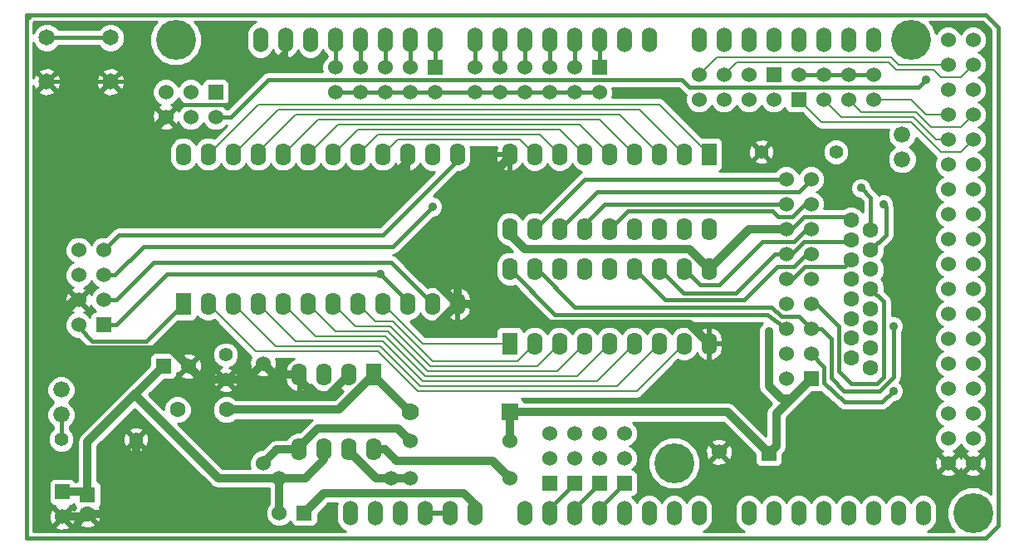
<source format=gtl>
G04 (created by PCBNEW-RS274X (2010-12-23 BZR 2684)-stable) date 10/9/2011 1:25:49 PM*
G01*
G70*
G90*
%MOIN*%
G04 Gerber Fmt 3.4, Leading zero omitted, Abs format*
%FSLAX34Y34*%
G04 APERTURE LIST*
%ADD10C,0.006000*%
%ADD11C,0.015000*%
%ADD12C,0.160000*%
%ADD13C,0.066000*%
%ADD14C,0.055000*%
%ADD15C,0.060000*%
%ADD16R,0.060000X0.060000*%
%ADD17O,0.060000X0.100000*%
%ADD18R,0.062000X0.090000*%
%ADD19O,0.062000X0.090000*%
%ADD20C,0.070000*%
%ADD21R,0.070000X0.070000*%
%ADD22R,0.063000X0.063000*%
%ADD23C,0.063000*%
%ADD24C,0.065000*%
%ADD25C,0.035000*%
%ADD26C,0.032000*%
%ADD27C,0.016000*%
%ADD28C,0.008000*%
%ADD29C,0.010000*%
G04 APERTURE END LIST*
G54D10*
G54D11*
X34850Y-53450D02*
X34850Y-53350D01*
X73350Y-53450D02*
X34850Y-53450D01*
X73850Y-52950D02*
X73850Y-32950D01*
X73350Y-53450D02*
X73850Y-52950D01*
X34850Y-32450D02*
X34950Y-32550D01*
X73350Y-32450D02*
X34850Y-32450D01*
X73850Y-32950D02*
X73350Y-32450D01*
X34850Y-32450D02*
X34850Y-53450D01*
G54D12*
X72850Y-52450D03*
X40850Y-33450D03*
X60850Y-50450D03*
G54D13*
X70000Y-37250D03*
X70000Y-38250D03*
X36250Y-47500D03*
X36250Y-48500D03*
G54D14*
X42850Y-46100D03*
X42850Y-47100D03*
G54D15*
X54250Y-51050D03*
X50250Y-51050D03*
X50250Y-49550D03*
X54250Y-49550D03*
G54D16*
X57850Y-51250D03*
G54D15*
X57850Y-50250D03*
X57850Y-49250D03*
G54D16*
X56850Y-51250D03*
G54D15*
X56850Y-50250D03*
X56850Y-49250D03*
G54D16*
X55850Y-51250D03*
G54D15*
X55850Y-50250D03*
X55850Y-49250D03*
G54D16*
X58850Y-51250D03*
G54D15*
X58850Y-50250D03*
X58850Y-49250D03*
G54D17*
X61850Y-33450D03*
X62850Y-33450D03*
X63850Y-33450D03*
X64850Y-33450D03*
X65850Y-33450D03*
X66850Y-33450D03*
X67850Y-33450D03*
X68850Y-33450D03*
X70850Y-52450D03*
X69850Y-52450D03*
X68850Y-52450D03*
X67850Y-52450D03*
X63850Y-52450D03*
X61850Y-52450D03*
X60850Y-52450D03*
X64850Y-52450D03*
X65850Y-52450D03*
X66850Y-52450D03*
X59850Y-52450D03*
X58850Y-52450D03*
X57850Y-52450D03*
X54850Y-52450D03*
X55850Y-52450D03*
X56850Y-52450D03*
X52850Y-52450D03*
X51850Y-52450D03*
X50850Y-52450D03*
X48850Y-52450D03*
X47850Y-52450D03*
X59850Y-33450D03*
X58850Y-33450D03*
X57850Y-33450D03*
X56850Y-33450D03*
X55850Y-33450D03*
X54850Y-33450D03*
X53850Y-33450D03*
X52850Y-33450D03*
X51250Y-33450D03*
X50250Y-33450D03*
X49250Y-33450D03*
X48250Y-33450D03*
X47250Y-33450D03*
X46250Y-33450D03*
X45250Y-33450D03*
X44250Y-33450D03*
X49850Y-52450D03*
G54D15*
X71850Y-34450D03*
X72850Y-34450D03*
X71850Y-35450D03*
X72850Y-35450D03*
X71850Y-36450D03*
X72850Y-36450D03*
X71850Y-37450D03*
X72850Y-37450D03*
X71850Y-33450D03*
X72850Y-33450D03*
X72850Y-38450D03*
X71850Y-38450D03*
X71850Y-39450D03*
X72850Y-39450D03*
X71850Y-40450D03*
X72850Y-40450D03*
X71850Y-41450D03*
X72850Y-41450D03*
X71850Y-42450D03*
X72850Y-42450D03*
X71850Y-43450D03*
X72850Y-43450D03*
X71850Y-44450D03*
X72850Y-44450D03*
X71850Y-45450D03*
X72850Y-45450D03*
X71850Y-46450D03*
X72850Y-46450D03*
X71850Y-47450D03*
X72850Y-47450D03*
X71850Y-48450D03*
X72850Y-48450D03*
X71850Y-49450D03*
X72850Y-49450D03*
X71850Y-50450D03*
X72850Y-50450D03*
G54D14*
X67350Y-37950D03*
X64350Y-37950D03*
X36250Y-49500D03*
X39250Y-49500D03*
G54D18*
X62250Y-38050D03*
G54D19*
X61250Y-38050D03*
X60250Y-38050D03*
X59250Y-38050D03*
X58250Y-38050D03*
X57250Y-38050D03*
X56250Y-38050D03*
X55250Y-38050D03*
X54250Y-38050D03*
X54250Y-41050D03*
X55250Y-41050D03*
X56250Y-41050D03*
X57250Y-41050D03*
X58250Y-41050D03*
X59250Y-41050D03*
X60250Y-41050D03*
X61250Y-41050D03*
X62250Y-41050D03*
G54D18*
X54250Y-45650D03*
G54D19*
X55250Y-45650D03*
X56250Y-45650D03*
X57250Y-45650D03*
X58250Y-45650D03*
X59250Y-45650D03*
X60250Y-45650D03*
X61250Y-45650D03*
X62250Y-45650D03*
X62250Y-42650D03*
X61250Y-42650D03*
X60250Y-42650D03*
X59250Y-42650D03*
X58250Y-42650D03*
X57250Y-42650D03*
X56250Y-42650D03*
X55250Y-42650D03*
X54250Y-42650D03*
G54D18*
X41150Y-44050D03*
G54D19*
X42150Y-44050D03*
X43150Y-44050D03*
X44150Y-44050D03*
X45150Y-44050D03*
X46150Y-44050D03*
X47150Y-44050D03*
X48150Y-44050D03*
X49150Y-44050D03*
X50150Y-44050D03*
X51150Y-44050D03*
X52150Y-44050D03*
X52150Y-38050D03*
X51150Y-38050D03*
X50150Y-38050D03*
X49150Y-38050D03*
X48150Y-38050D03*
X47150Y-38050D03*
X46150Y-38050D03*
X45150Y-38050D03*
X44150Y-38050D03*
X43150Y-38050D03*
X42150Y-38050D03*
X41150Y-38050D03*
G54D20*
X50250Y-48400D03*
G54D21*
X54250Y-48400D03*
G54D18*
X48800Y-46900D03*
G54D19*
X47800Y-46900D03*
X46800Y-46900D03*
X45800Y-46900D03*
X45800Y-49900D03*
X46800Y-49900D03*
X47800Y-49900D03*
X48800Y-49900D03*
G54D15*
X44350Y-46450D03*
X44350Y-50450D03*
X45000Y-51050D03*
X49500Y-51050D03*
G54D16*
X64650Y-50050D03*
G54D15*
X62650Y-50000D03*
G54D16*
X40350Y-46550D03*
G54D15*
X41350Y-46550D03*
G54D22*
X37300Y-51706D03*
G54D23*
X37300Y-52494D03*
G54D16*
X65850Y-35850D03*
G54D15*
X65850Y-34850D03*
X66850Y-35850D03*
X66850Y-34850D03*
X67850Y-35850D03*
X67850Y-34850D03*
X68850Y-35850D03*
X68850Y-34850D03*
G54D16*
X64850Y-34850D03*
G54D15*
X64850Y-35850D03*
X63850Y-34850D03*
X63850Y-35850D03*
X62850Y-34850D03*
X62850Y-35850D03*
X61850Y-34850D03*
X61850Y-35850D03*
G54D16*
X51250Y-34550D03*
G54D15*
X51250Y-35550D03*
X50250Y-34550D03*
X50250Y-35550D03*
X49250Y-34550D03*
X49250Y-35550D03*
X48250Y-34550D03*
X48250Y-35550D03*
X47250Y-34550D03*
X47250Y-35550D03*
G54D16*
X57850Y-34550D03*
G54D15*
X57850Y-35550D03*
X56850Y-34550D03*
X56850Y-35550D03*
X55850Y-34550D03*
X55850Y-35550D03*
X54850Y-34550D03*
X54850Y-35550D03*
X53850Y-34550D03*
X53850Y-35550D03*
X52850Y-34550D03*
X52850Y-35550D03*
G54D24*
X38230Y-33364D03*
X38230Y-35136D03*
X35670Y-33364D03*
X35670Y-35136D03*
G54D16*
X36300Y-51600D03*
G54D15*
X36300Y-52600D03*
G54D16*
X37950Y-44900D03*
G54D15*
X36950Y-44900D03*
X37950Y-43900D03*
X36950Y-43900D03*
X37950Y-42900D03*
X36950Y-42900D03*
X37950Y-41900D03*
X36950Y-41900D03*
X66350Y-39050D03*
X65350Y-39050D03*
X65350Y-40050D03*
X66350Y-40050D03*
G54D16*
X66350Y-47050D03*
G54D15*
X65350Y-47050D03*
X66350Y-46050D03*
X65350Y-46050D03*
X66350Y-45050D03*
X65350Y-45050D03*
X66350Y-44050D03*
X65350Y-44050D03*
X66350Y-43050D03*
X65350Y-43050D03*
X66350Y-42050D03*
X65350Y-42050D03*
X66350Y-41050D03*
X65350Y-41050D03*
G54D23*
X68744Y-46606D03*
X67957Y-46212D03*
X68744Y-45819D03*
X67957Y-45425D03*
X68744Y-45031D03*
X67957Y-44638D03*
X68744Y-44244D03*
X67957Y-43850D03*
X68744Y-43457D03*
X67957Y-43063D03*
X68744Y-42669D03*
X67957Y-42275D03*
X68744Y-41882D03*
X67957Y-41488D03*
X68744Y-41094D03*
X67957Y-40701D03*
G54D12*
X70350Y-33450D03*
G54D16*
X42450Y-35550D03*
G54D15*
X42450Y-36550D03*
X41450Y-35550D03*
X41450Y-36550D03*
X40450Y-35550D03*
X40450Y-36550D03*
G54D23*
X42884Y-48300D03*
X40916Y-48300D03*
G54D16*
X46000Y-52450D03*
G54D15*
X45000Y-52450D03*
G54D25*
X70950Y-35050D03*
X50950Y-45250D03*
X50150Y-42450D03*
X64650Y-45150D03*
X68350Y-39400D03*
X69650Y-47550D03*
X51150Y-40150D03*
X49050Y-42850D03*
X69650Y-44950D03*
X69250Y-40050D03*
G54D26*
X45000Y-52450D02*
X45000Y-51050D01*
X36300Y-51600D02*
X37194Y-51600D01*
X37194Y-51600D02*
X37300Y-51706D01*
X45000Y-51050D02*
X42550Y-51050D01*
X42550Y-51050D02*
X39200Y-47700D01*
X37300Y-51706D02*
X37300Y-49600D01*
X37300Y-49600D02*
X39200Y-47700D01*
X39200Y-47700D02*
X40350Y-46550D01*
X46050Y-51050D02*
X45000Y-51050D01*
X46800Y-50300D02*
X46050Y-51050D01*
X46800Y-49900D02*
X46800Y-50300D01*
G54D27*
X70000Y-35350D02*
X61450Y-35350D01*
X61450Y-35350D02*
X61150Y-35050D01*
X70950Y-35050D02*
X70650Y-35350D01*
X43050Y-36550D02*
X42450Y-36550D01*
X44550Y-35050D02*
X43050Y-36550D01*
X70650Y-35350D02*
X70000Y-35350D01*
X61150Y-35050D02*
X44550Y-35050D01*
G54D26*
X45800Y-46900D02*
X44800Y-46900D01*
X44800Y-46900D02*
X44350Y-46450D01*
X42850Y-47100D02*
X43700Y-47100D01*
X43700Y-47100D02*
X44350Y-46450D01*
X36300Y-52600D02*
X37194Y-52600D01*
X37194Y-52600D02*
X37300Y-52494D01*
G54D27*
X38230Y-35136D02*
X39036Y-35136D01*
X39036Y-35136D02*
X40450Y-36550D01*
G54D26*
X37300Y-52494D02*
X37856Y-52494D01*
X37856Y-52494D02*
X39250Y-51100D01*
X39250Y-51100D02*
X39250Y-49500D01*
X36950Y-43900D02*
X36800Y-43900D01*
X40700Y-45900D02*
X41350Y-46550D01*
X36950Y-45900D02*
X40700Y-45900D01*
X36300Y-45250D02*
X36950Y-45900D01*
X36300Y-44400D02*
X36300Y-45250D01*
X36800Y-43900D02*
X36300Y-44400D01*
X42850Y-47100D02*
X41900Y-47100D01*
X41900Y-47100D02*
X41350Y-46550D01*
G54D27*
X35670Y-35136D02*
X38230Y-35136D01*
G54D26*
X46450Y-47750D02*
X46950Y-47750D01*
X46950Y-47750D02*
X47800Y-46900D01*
X45800Y-47100D02*
X46450Y-47750D01*
X50950Y-45250D02*
X52150Y-44050D01*
X45800Y-46900D02*
X45800Y-47100D01*
X54250Y-38050D02*
X54250Y-38150D01*
X54250Y-38150D02*
X52150Y-40250D01*
X52150Y-40250D02*
X52150Y-44050D01*
X50150Y-38050D02*
X50150Y-38350D01*
X39850Y-37150D02*
X40450Y-36550D01*
X39850Y-38350D02*
X39850Y-37150D01*
X40350Y-38850D02*
X39850Y-38350D01*
X49650Y-38850D02*
X40350Y-38850D01*
X50150Y-38350D02*
X49650Y-38850D01*
X51150Y-43050D02*
X52150Y-44050D01*
X50750Y-43050D02*
X51150Y-43050D01*
X50150Y-42450D02*
X50750Y-43050D01*
G54D27*
X40950Y-36050D02*
X40450Y-36550D01*
X45250Y-33450D02*
X45250Y-33850D01*
X45250Y-33850D02*
X43050Y-36050D01*
X43050Y-36050D02*
X40950Y-36050D01*
G54D26*
X52150Y-44050D02*
X52650Y-44050D01*
X52650Y-44050D02*
X53450Y-44850D01*
X53450Y-44850D02*
X61450Y-44850D01*
X61450Y-44850D02*
X62250Y-45650D01*
G54D28*
X67550Y-36550D02*
X70450Y-36550D01*
X71350Y-37450D02*
X71850Y-37450D01*
X66850Y-35850D02*
X67550Y-36550D01*
X70450Y-36550D02*
X71350Y-37450D01*
X72350Y-36950D02*
X71150Y-36950D01*
X72850Y-36450D02*
X72350Y-36950D01*
X71150Y-36950D02*
X70550Y-36350D01*
X68350Y-36350D02*
X67850Y-35850D01*
X70550Y-36350D02*
X68350Y-36350D01*
X70950Y-36450D02*
X71850Y-36450D01*
X68850Y-35850D02*
X70350Y-35850D01*
X70350Y-35850D02*
X70950Y-36450D01*
X72350Y-34950D02*
X72850Y-34450D01*
X69750Y-34650D02*
X71250Y-34650D01*
X62850Y-34850D02*
X63350Y-34350D01*
X71550Y-34950D02*
X72350Y-34950D01*
X63350Y-34350D02*
X69450Y-34350D01*
X69450Y-34350D02*
X69750Y-34650D01*
X71250Y-34650D02*
X71550Y-34950D01*
X69850Y-34450D02*
X69550Y-34150D01*
X62550Y-34150D02*
X61850Y-34850D01*
X71850Y-34450D02*
X69850Y-34450D01*
X69550Y-34150D02*
X62550Y-34150D01*
G54D27*
X55850Y-52450D02*
X55850Y-52250D01*
X55850Y-52250D02*
X56850Y-51250D01*
X35670Y-33364D02*
X38230Y-33364D01*
X51250Y-33450D02*
X51250Y-34550D01*
X50250Y-33450D02*
X50250Y-34550D01*
X49250Y-33450D02*
X49250Y-34550D01*
X49500Y-42400D02*
X51150Y-44050D01*
X39950Y-42400D02*
X49500Y-42400D01*
X37950Y-43900D02*
X38450Y-43900D01*
X38450Y-43900D02*
X39950Y-42400D01*
X52150Y-38300D02*
X49150Y-41300D01*
X49150Y-41300D02*
X38550Y-41300D01*
X38550Y-41300D02*
X37950Y-41900D01*
X52150Y-38050D02*
X52150Y-38300D01*
G54D26*
X66350Y-47050D02*
X64950Y-48450D01*
X65150Y-47850D02*
X65550Y-47850D01*
X63850Y-41050D02*
X62250Y-42650D01*
X54250Y-48400D02*
X54250Y-49550D01*
G54D27*
X65350Y-41050D02*
X65550Y-41050D01*
G54D26*
X61450Y-41850D02*
X62250Y-42650D01*
X54250Y-48400D02*
X63000Y-48400D01*
G54D27*
X65550Y-41050D02*
X66050Y-40550D01*
G54D26*
X54850Y-41850D02*
X61450Y-41850D01*
X54250Y-41250D02*
X54850Y-41850D01*
X64650Y-45150D02*
X64650Y-47350D01*
X65350Y-41050D02*
X63850Y-41050D01*
X64950Y-48450D02*
X64950Y-49750D01*
G54D27*
X67806Y-40550D02*
X67957Y-40701D01*
G54D26*
X65550Y-47850D02*
X66350Y-47050D01*
X54250Y-41050D02*
X54250Y-41250D01*
G54D27*
X66050Y-40550D02*
X67806Y-40550D01*
G54D26*
X63000Y-48400D02*
X64650Y-50050D01*
X64950Y-49750D02*
X64650Y-50050D01*
X64650Y-47350D02*
X65150Y-47850D01*
G54D27*
X61900Y-43300D02*
X61250Y-42650D01*
X64400Y-41550D02*
X62650Y-43300D01*
X66350Y-41050D02*
X66150Y-41050D01*
X68744Y-41094D02*
X68744Y-39794D01*
X68744Y-39794D02*
X68350Y-39400D01*
X65650Y-41550D02*
X64400Y-41550D01*
X66150Y-41050D02*
X65650Y-41550D01*
X62650Y-43300D02*
X61900Y-43300D01*
X65550Y-42050D02*
X66050Y-41550D01*
X65350Y-42050D02*
X65550Y-42050D01*
X61225Y-43625D02*
X60250Y-42650D01*
X63325Y-43625D02*
X61225Y-43625D01*
X67895Y-41550D02*
X67957Y-41488D01*
X64900Y-42050D02*
X63325Y-43625D01*
X66050Y-41550D02*
X67895Y-41550D01*
X65350Y-42050D02*
X64900Y-42050D01*
X66850Y-46571D02*
X66350Y-46050D01*
X67691Y-48000D02*
X66850Y-47234D01*
X66850Y-47234D02*
X66850Y-46571D01*
X69200Y-48000D02*
X67691Y-48000D01*
X69650Y-47550D02*
X69200Y-48000D01*
G54D28*
X50550Y-47550D02*
X59350Y-47550D01*
X42150Y-44050D02*
X42150Y-44050D01*
X42150Y-44050D02*
X44050Y-45950D01*
X48950Y-45950D02*
X50550Y-47550D01*
X44050Y-45950D02*
X48950Y-45950D01*
X59350Y-47550D02*
X61250Y-45650D01*
X59250Y-45650D02*
X57750Y-47150D01*
X57750Y-47150D02*
X50750Y-47150D01*
X50750Y-47150D02*
X49150Y-45550D01*
X45650Y-45550D02*
X44150Y-44050D01*
X49150Y-45550D02*
X45650Y-45550D01*
X44150Y-44050D02*
X44150Y-44050D01*
X46150Y-44050D02*
X47250Y-45150D01*
X56150Y-46750D02*
X57250Y-45650D01*
X47250Y-45150D02*
X49350Y-45150D01*
X50950Y-46750D02*
X56150Y-46750D01*
X49350Y-45150D02*
X50950Y-46750D01*
X46150Y-44050D02*
X46150Y-44050D01*
X51150Y-46350D02*
X49550Y-44750D01*
X48850Y-44750D02*
X48150Y-44050D01*
X48150Y-44050D02*
X48150Y-44050D01*
X54550Y-46350D02*
X51150Y-46350D01*
X49550Y-44750D02*
X48850Y-44750D01*
X55250Y-45650D02*
X54550Y-46350D01*
X50750Y-45650D02*
X54250Y-45650D01*
X49150Y-44050D02*
X50750Y-45650D01*
X51050Y-46550D02*
X49450Y-44950D01*
X56250Y-45650D02*
X55350Y-46550D01*
X47150Y-44050D02*
X47150Y-44050D01*
X55350Y-46550D02*
X51050Y-46550D01*
X49450Y-44950D02*
X48050Y-44950D01*
X48050Y-44950D02*
X47150Y-44050D01*
X45150Y-44050D02*
X45150Y-44050D01*
X50850Y-46950D02*
X49250Y-45350D01*
X58250Y-45650D02*
X56950Y-46950D01*
X56950Y-46950D02*
X50850Y-46950D01*
X46450Y-45350D02*
X45150Y-44050D01*
X49250Y-45350D02*
X46450Y-45350D01*
X50650Y-47350D02*
X58550Y-47350D01*
X43150Y-44050D02*
X44850Y-45750D01*
X58550Y-47350D02*
X60250Y-45650D01*
X43150Y-44050D02*
X43150Y-44050D01*
X44850Y-45750D02*
X49050Y-45750D01*
X49050Y-45750D02*
X50650Y-47350D01*
G54D26*
X44900Y-49900D02*
X44350Y-50450D01*
X49750Y-49050D02*
X50250Y-49550D01*
X46550Y-49050D02*
X49750Y-49050D01*
X45800Y-49800D02*
X46550Y-49050D01*
X45800Y-49900D02*
X45800Y-49800D01*
X45800Y-49900D02*
X44900Y-49900D01*
X48900Y-51050D02*
X49500Y-51050D01*
X49500Y-51050D02*
X50250Y-51050D01*
X47800Y-49950D02*
X48900Y-51050D01*
X47800Y-49900D02*
X47800Y-49950D01*
X48800Y-49900D02*
X49250Y-49900D01*
X53550Y-50350D02*
X54250Y-51050D01*
X49700Y-50350D02*
X53550Y-50350D01*
X49250Y-49900D02*
X49700Y-50350D01*
G54D28*
X59450Y-36250D02*
X61250Y-38050D01*
X43150Y-38050D02*
X44950Y-36250D01*
X44950Y-36250D02*
X59450Y-36250D01*
X54650Y-37450D02*
X55250Y-38050D01*
X49750Y-37450D02*
X54650Y-37450D01*
X49150Y-38050D02*
X49750Y-37450D01*
X48150Y-38050D02*
X48950Y-37250D01*
X55450Y-37250D02*
X56250Y-38050D01*
X48950Y-37250D02*
X55450Y-37250D01*
X56250Y-37050D02*
X57250Y-38050D01*
X48150Y-37050D02*
X56250Y-37050D01*
X47150Y-38050D02*
X48150Y-37050D01*
X57050Y-36850D02*
X58250Y-38050D01*
X46150Y-38050D02*
X47350Y-36850D01*
X47350Y-36850D02*
X57050Y-36850D01*
G54D27*
X55850Y-33450D02*
X55850Y-34550D01*
X54850Y-33450D02*
X54850Y-34550D01*
X53850Y-33450D02*
X53850Y-34550D01*
X52850Y-33450D02*
X52850Y-34550D01*
X36250Y-49500D02*
X36250Y-48500D01*
G54D26*
X52850Y-52100D02*
X52400Y-51650D01*
X52850Y-52450D02*
X52850Y-52100D01*
X46800Y-51650D02*
X46000Y-52450D01*
X52400Y-51650D02*
X46800Y-51650D01*
G54D27*
X57850Y-52450D02*
X57850Y-52250D01*
X57850Y-52250D02*
X58850Y-51250D01*
X37950Y-42900D02*
X38400Y-42900D01*
X49550Y-41750D02*
X51150Y-40150D01*
X39550Y-41750D02*
X49550Y-41750D01*
X38400Y-42900D02*
X39550Y-41750D01*
X37950Y-44900D02*
X38450Y-44900D01*
X50150Y-44050D02*
X50150Y-43950D01*
X50150Y-43950D02*
X49050Y-42850D01*
X40500Y-42850D02*
X49050Y-42850D01*
X38450Y-44900D02*
X40500Y-42850D01*
X57850Y-33450D02*
X57850Y-34550D01*
X49250Y-35550D02*
X48250Y-35550D01*
X54850Y-35550D02*
X53850Y-35550D01*
X67850Y-34850D02*
X68850Y-34850D01*
X65850Y-34850D02*
X66850Y-34850D01*
X66850Y-34850D02*
X67850Y-34850D01*
X36950Y-44900D02*
X36950Y-45000D01*
X37500Y-45550D02*
X39650Y-45550D01*
X51250Y-35550D02*
X50250Y-35550D01*
X39650Y-45550D02*
X41150Y-44050D01*
X36950Y-45000D02*
X37500Y-45550D01*
X49250Y-35550D02*
X50250Y-35550D01*
X57850Y-35550D02*
X56850Y-35550D01*
X47250Y-35550D02*
X48250Y-35550D01*
X52850Y-35550D02*
X51250Y-35550D01*
X55850Y-35550D02*
X54850Y-35550D01*
X56850Y-35550D02*
X55850Y-35550D01*
X53850Y-35550D02*
X52850Y-35550D01*
X56850Y-33450D02*
X56850Y-34550D01*
X64775Y-44175D02*
X65150Y-44550D01*
X67150Y-45450D02*
X67150Y-47033D01*
X69100Y-47550D02*
X69650Y-47000D01*
X67667Y-47550D02*
X69100Y-47550D01*
X66350Y-45050D02*
X66750Y-45050D01*
X55350Y-42650D02*
X56875Y-44175D01*
X56875Y-44175D02*
X64775Y-44175D01*
X65150Y-44550D02*
X65850Y-44550D01*
X69650Y-47000D02*
X69650Y-44950D01*
X55250Y-42650D02*
X55350Y-42650D01*
X66750Y-45050D02*
X67150Y-45450D01*
X67150Y-47033D02*
X67667Y-47550D01*
X65850Y-44550D02*
X66350Y-45050D01*
X69000Y-47250D02*
X69250Y-47000D01*
X67950Y-47250D02*
X69000Y-47250D01*
X66550Y-44050D02*
X67450Y-44950D01*
X67450Y-44950D02*
X67450Y-46750D01*
X69250Y-43963D02*
X68744Y-43457D01*
X69250Y-47000D02*
X69250Y-43963D01*
X66350Y-44050D02*
X66550Y-44050D01*
X67450Y-46750D02*
X67950Y-47250D01*
X66150Y-42050D02*
X65650Y-42550D01*
X69250Y-40050D02*
X69350Y-40150D01*
X64999Y-42550D02*
X63649Y-43900D01*
X65650Y-42550D02*
X64999Y-42550D01*
X66350Y-42050D02*
X66150Y-42050D01*
X69350Y-40150D02*
X69350Y-41276D01*
X69350Y-41276D02*
X68744Y-41882D01*
X63649Y-43900D02*
X60500Y-43900D01*
X60500Y-43900D02*
X59250Y-42650D01*
X58988Y-40312D02*
X58250Y-41050D01*
X65041Y-40550D02*
X64803Y-40312D01*
X65600Y-40550D02*
X65041Y-40550D01*
X66350Y-40050D02*
X66100Y-40050D01*
X64803Y-40312D02*
X58988Y-40312D01*
X66100Y-40050D02*
X65600Y-40550D01*
X57250Y-40850D02*
X58050Y-40050D01*
X58050Y-40050D02*
X65350Y-40050D01*
X57250Y-41050D02*
X57250Y-40850D01*
X66350Y-39050D02*
X65850Y-39550D01*
X65850Y-39550D02*
X57750Y-39550D01*
X57750Y-39550D02*
X56250Y-41050D01*
G54D28*
X42150Y-38050D02*
X44150Y-36050D01*
X60250Y-36050D02*
X62250Y-38050D01*
X44150Y-36050D02*
X60250Y-36050D01*
X45650Y-36450D02*
X58650Y-36450D01*
X58650Y-36450D02*
X60250Y-38050D01*
X44150Y-38050D02*
X44150Y-38050D01*
X44150Y-37950D02*
X45650Y-36450D01*
X44150Y-38050D02*
X44150Y-37950D01*
X57850Y-36650D02*
X59250Y-38050D01*
X46550Y-36650D02*
X57850Y-36650D01*
X45150Y-38050D02*
X46550Y-36650D01*
G54D27*
X48250Y-33450D02*
X48250Y-34550D01*
X65350Y-39050D02*
X57250Y-39050D01*
X57250Y-39050D02*
X55250Y-41050D01*
G54D26*
X47400Y-48300D02*
X48800Y-46900D01*
X48800Y-46900D02*
X48800Y-46950D01*
X42884Y-48300D02*
X47400Y-48300D01*
X48800Y-46950D02*
X50250Y-48400D01*
G54D27*
X56850Y-52450D02*
X56850Y-52250D01*
X56850Y-52250D02*
X57850Y-51250D01*
G54D28*
X72850Y-37450D02*
X72350Y-37950D01*
X70350Y-36750D02*
X66750Y-36750D01*
X72350Y-37950D02*
X71550Y-37950D01*
X66750Y-36750D02*
X65850Y-35850D01*
X71550Y-37950D02*
X70350Y-36750D01*
G54D27*
X47250Y-33450D02*
X47250Y-34550D01*
X65600Y-43050D02*
X66100Y-42550D01*
X66100Y-42550D02*
X67682Y-42550D01*
X67682Y-42550D02*
X67957Y-42275D01*
X65350Y-43050D02*
X65600Y-43050D01*
X64583Y-44475D02*
X65350Y-45050D01*
X56075Y-44475D02*
X64583Y-44475D01*
X54250Y-42650D02*
X56075Y-44475D01*
G54D10*
G36*
X47850Y-46950D02*
X47750Y-46950D01*
X47750Y-46850D01*
X47850Y-46850D01*
X47850Y-46950D01*
X47850Y-46950D01*
G37*
G54D29*
X47850Y-46950D02*
X47750Y-46950D01*
X47750Y-46850D01*
X47850Y-46850D01*
X47850Y-46950D01*
G54D10*
G36*
X51231Y-38752D02*
X49013Y-40970D01*
X38798Y-40970D01*
X38798Y-35220D01*
X38786Y-34997D01*
X38722Y-34840D01*
X38626Y-34811D01*
X38555Y-34882D01*
X38555Y-34740D01*
X38526Y-34644D01*
X38314Y-34568D01*
X38091Y-34580D01*
X37934Y-34644D01*
X37905Y-34740D01*
X38230Y-35065D01*
X38555Y-34740D01*
X38555Y-34882D01*
X38301Y-35136D01*
X38626Y-35461D01*
X38722Y-35432D01*
X38798Y-35220D01*
X38798Y-40970D01*
X38555Y-40970D01*
X38555Y-35532D01*
X38230Y-35207D01*
X38159Y-35278D01*
X38159Y-35136D01*
X37834Y-34811D01*
X37738Y-34840D01*
X37662Y-35052D01*
X37674Y-35275D01*
X37738Y-35432D01*
X37834Y-35461D01*
X38159Y-35136D01*
X38159Y-35278D01*
X37905Y-35532D01*
X37934Y-35628D01*
X38146Y-35704D01*
X38369Y-35692D01*
X38526Y-35628D01*
X38555Y-35532D01*
X38555Y-40970D01*
X38550Y-40970D01*
X38424Y-40995D01*
X38388Y-41019D01*
X38316Y-41067D01*
X38032Y-41351D01*
X37841Y-41351D01*
X37639Y-41435D01*
X37485Y-41589D01*
X37450Y-41673D01*
X37415Y-41589D01*
X37261Y-41435D01*
X37059Y-41351D01*
X36841Y-41351D01*
X36639Y-41435D01*
X36485Y-41589D01*
X36401Y-41791D01*
X36401Y-42009D01*
X36485Y-42211D01*
X36639Y-42365D01*
X36723Y-42400D01*
X36639Y-42435D01*
X36485Y-42589D01*
X36401Y-42791D01*
X36401Y-43009D01*
X36485Y-43211D01*
X36639Y-43365D01*
X36730Y-43402D01*
X36669Y-43428D01*
X36642Y-43522D01*
X36950Y-43829D01*
X37258Y-43522D01*
X37231Y-43428D01*
X37165Y-43404D01*
X37261Y-43365D01*
X37415Y-43211D01*
X37450Y-43126D01*
X37485Y-43211D01*
X37639Y-43365D01*
X37723Y-43400D01*
X37639Y-43435D01*
X37485Y-43589D01*
X37447Y-43680D01*
X37422Y-43619D01*
X37328Y-43592D01*
X37021Y-43900D01*
X37328Y-44208D01*
X37422Y-44181D01*
X37445Y-44115D01*
X37485Y-44211D01*
X37625Y-44351D01*
X37601Y-44351D01*
X37509Y-44389D01*
X37439Y-44459D01*
X37401Y-44550D01*
X37401Y-44575D01*
X37261Y-44435D01*
X37169Y-44397D01*
X37231Y-44372D01*
X37258Y-44278D01*
X36950Y-43971D01*
X36879Y-44041D01*
X36879Y-43900D01*
X36572Y-43592D01*
X36478Y-43619D01*
X36407Y-43821D01*
X36418Y-44034D01*
X36478Y-44181D01*
X36572Y-44208D01*
X36879Y-43900D01*
X36879Y-44041D01*
X36642Y-44278D01*
X36669Y-44372D01*
X36734Y-44395D01*
X36639Y-44435D01*
X36485Y-44589D01*
X36401Y-44791D01*
X36401Y-45009D01*
X36485Y-45211D01*
X36639Y-45365D01*
X36841Y-45449D01*
X36932Y-45449D01*
X37266Y-45783D01*
X37267Y-45783D01*
X37338Y-45830D01*
X37373Y-45854D01*
X37374Y-45855D01*
X37499Y-45879D01*
X37500Y-45880D01*
X39650Y-45880D01*
X39776Y-45855D01*
X39777Y-45855D01*
X39883Y-45783D01*
X40917Y-44749D01*
X41509Y-44749D01*
X41601Y-44711D01*
X41671Y-44641D01*
X41709Y-44550D01*
X41709Y-44538D01*
X41839Y-44668D01*
X42041Y-44752D01*
X42259Y-44752D01*
X42388Y-44698D01*
X43845Y-46155D01*
X43875Y-46175D01*
X43807Y-46371D01*
X43818Y-46584D01*
X43878Y-46731D01*
X43972Y-46758D01*
X44244Y-46485D01*
X44279Y-46450D01*
X44350Y-46379D01*
X44421Y-46450D01*
X44456Y-46485D01*
X44728Y-46758D01*
X44822Y-46731D01*
X44893Y-46529D01*
X44882Y-46316D01*
X44850Y-46240D01*
X45595Y-46240D01*
X45418Y-46350D01*
X45290Y-46527D01*
X45240Y-46740D01*
X45240Y-46850D01*
X45700Y-46850D01*
X45750Y-46850D01*
X45850Y-46850D01*
X45850Y-46950D01*
X45850Y-47000D01*
X45850Y-47535D01*
X45937Y-47582D01*
X45996Y-47565D01*
X46182Y-47450D01*
X46301Y-47284D01*
X46335Y-47364D01*
X46489Y-47518D01*
X46691Y-47602D01*
X46909Y-47602D01*
X47111Y-47518D01*
X47265Y-47364D01*
X47298Y-47284D01*
X47418Y-47450D01*
X47573Y-47546D01*
X47230Y-47890D01*
X45750Y-47890D01*
X45750Y-47535D01*
X45750Y-46950D01*
X45240Y-46950D01*
X45240Y-47060D01*
X45290Y-47273D01*
X45418Y-47450D01*
X45604Y-47565D01*
X45663Y-47582D01*
X45750Y-47535D01*
X45750Y-47890D01*
X44658Y-47890D01*
X44658Y-46828D01*
X44350Y-46521D01*
X44042Y-46828D01*
X44069Y-46922D01*
X44271Y-46993D01*
X44484Y-46982D01*
X44631Y-46922D01*
X44658Y-46828D01*
X44658Y-47890D01*
X43375Y-47890D01*
X43375Y-46205D01*
X43375Y-45996D01*
X43295Y-45803D01*
X43148Y-45655D01*
X42955Y-45575D01*
X42746Y-45575D01*
X42553Y-45655D01*
X42405Y-45802D01*
X42325Y-45995D01*
X42325Y-46204D01*
X42405Y-46397D01*
X42552Y-46545D01*
X42692Y-46603D01*
X42583Y-46648D01*
X42560Y-46739D01*
X42850Y-47029D01*
X43140Y-46739D01*
X43117Y-46648D01*
X42998Y-46606D01*
X43147Y-46545D01*
X43295Y-46398D01*
X43375Y-46205D01*
X43375Y-47890D01*
X43369Y-47890D01*
X43369Y-47174D01*
X43358Y-46970D01*
X43302Y-46833D01*
X43211Y-46810D01*
X42921Y-47100D01*
X43211Y-47390D01*
X43302Y-47367D01*
X43369Y-47174D01*
X43369Y-47890D01*
X43273Y-47890D01*
X43204Y-47821D01*
X43140Y-47794D01*
X43140Y-47461D01*
X42850Y-47171D01*
X42779Y-47242D01*
X42779Y-47100D01*
X42489Y-46810D01*
X42398Y-46833D01*
X42331Y-47026D01*
X42342Y-47230D01*
X42398Y-47367D01*
X42489Y-47390D01*
X42779Y-47100D01*
X42779Y-47242D01*
X42560Y-47461D01*
X42583Y-47552D01*
X42776Y-47619D01*
X42980Y-47608D01*
X43117Y-47552D01*
X43140Y-47461D01*
X43140Y-47794D01*
X42997Y-47735D01*
X42772Y-47735D01*
X42564Y-47821D01*
X42405Y-47980D01*
X42319Y-48187D01*
X42319Y-48412D01*
X42405Y-48620D01*
X42564Y-48779D01*
X42771Y-48865D01*
X42996Y-48865D01*
X43204Y-48779D01*
X43273Y-48710D01*
X46334Y-48710D01*
X46260Y-48760D01*
X46257Y-48763D01*
X45822Y-49198D01*
X45691Y-49198D01*
X45489Y-49282D01*
X45335Y-49436D01*
X45312Y-49490D01*
X44900Y-49490D01*
X44899Y-49490D01*
X44868Y-49496D01*
X44743Y-49521D01*
X44610Y-49610D01*
X44607Y-49613D01*
X44319Y-49901D01*
X44241Y-49901D01*
X44039Y-49985D01*
X43885Y-50139D01*
X43801Y-50341D01*
X43801Y-50559D01*
X43834Y-50640D01*
X42719Y-50640D01*
X41893Y-49814D01*
X41893Y-46629D01*
X41882Y-46416D01*
X41822Y-46269D01*
X41728Y-46242D01*
X41658Y-46312D01*
X41658Y-46172D01*
X41631Y-46078D01*
X41429Y-46007D01*
X41216Y-46018D01*
X41069Y-46078D01*
X41042Y-46172D01*
X41350Y-46479D01*
X41658Y-46172D01*
X41658Y-46312D01*
X41421Y-46550D01*
X41728Y-46858D01*
X41822Y-46831D01*
X41893Y-46629D01*
X41893Y-49814D01*
X41658Y-49579D01*
X41658Y-46928D01*
X41350Y-46621D01*
X41042Y-46928D01*
X41069Y-47022D01*
X41271Y-47093D01*
X41484Y-47082D01*
X41631Y-47022D01*
X41658Y-46928D01*
X41658Y-49579D01*
X40944Y-48865D01*
X41028Y-48865D01*
X41236Y-48779D01*
X41395Y-48620D01*
X41481Y-48413D01*
X41481Y-48188D01*
X41395Y-47980D01*
X41236Y-47821D01*
X41029Y-47735D01*
X40804Y-47735D01*
X40596Y-47821D01*
X40437Y-47980D01*
X40351Y-48187D01*
X40351Y-48271D01*
X39779Y-47700D01*
X40381Y-47099D01*
X40699Y-47099D01*
X40791Y-47061D01*
X40861Y-46991D01*
X40899Y-46900D01*
X40899Y-46837D01*
X40972Y-46858D01*
X41279Y-46550D01*
X40972Y-46242D01*
X40899Y-46262D01*
X40899Y-46201D01*
X40861Y-46109D01*
X40791Y-46039D01*
X40700Y-46001D01*
X40601Y-46001D01*
X40001Y-46001D01*
X39909Y-46039D01*
X39839Y-46109D01*
X39801Y-46200D01*
X39801Y-46299D01*
X39801Y-46519D01*
X38910Y-47410D01*
X37010Y-49310D01*
X36921Y-49443D01*
X36890Y-49600D01*
X36890Y-51161D01*
X36844Y-51180D01*
X36834Y-51190D01*
X36830Y-51190D01*
X36830Y-48616D01*
X36830Y-48385D01*
X36742Y-48172D01*
X36579Y-48009D01*
X36558Y-48000D01*
X36578Y-47992D01*
X36741Y-47829D01*
X36830Y-47616D01*
X36830Y-47385D01*
X36742Y-47172D01*
X36579Y-47009D01*
X36366Y-46920D01*
X36238Y-46920D01*
X36238Y-35220D01*
X36226Y-34997D01*
X36162Y-34840D01*
X36066Y-34811D01*
X35995Y-34882D01*
X35995Y-34740D01*
X35966Y-34644D01*
X35754Y-34568D01*
X35531Y-34580D01*
X35374Y-34644D01*
X35345Y-34740D01*
X35670Y-35065D01*
X35995Y-34740D01*
X35995Y-34882D01*
X35741Y-35136D01*
X36066Y-35461D01*
X36162Y-35432D01*
X36238Y-35220D01*
X36238Y-46920D01*
X36135Y-46920D01*
X35995Y-46977D01*
X35995Y-35532D01*
X35670Y-35207D01*
X35345Y-35532D01*
X35374Y-35628D01*
X35586Y-35704D01*
X35809Y-35692D01*
X35966Y-35628D01*
X35995Y-35532D01*
X35995Y-46977D01*
X35922Y-47008D01*
X35759Y-47171D01*
X35670Y-47384D01*
X35670Y-47615D01*
X35758Y-47828D01*
X35921Y-47991D01*
X35941Y-47999D01*
X35922Y-48008D01*
X35759Y-48171D01*
X35670Y-48384D01*
X35670Y-48615D01*
X35758Y-48828D01*
X35920Y-48990D01*
X35920Y-49087D01*
X35805Y-49202D01*
X35725Y-49395D01*
X35725Y-49604D01*
X35805Y-49797D01*
X35952Y-49945D01*
X36145Y-50025D01*
X36354Y-50025D01*
X36547Y-49945D01*
X36695Y-49798D01*
X36775Y-49605D01*
X36775Y-49396D01*
X36695Y-49203D01*
X36580Y-49087D01*
X36580Y-48990D01*
X36741Y-48829D01*
X36830Y-48616D01*
X36830Y-51190D01*
X36823Y-51190D01*
X36811Y-51159D01*
X36741Y-51089D01*
X36650Y-51051D01*
X36551Y-51051D01*
X35951Y-51051D01*
X35859Y-51089D01*
X35789Y-51159D01*
X35751Y-51250D01*
X35751Y-51349D01*
X35751Y-51949D01*
X35789Y-52041D01*
X35859Y-52111D01*
X35950Y-52149D01*
X36012Y-52149D01*
X35992Y-52222D01*
X36300Y-52529D01*
X36608Y-52222D01*
X36587Y-52149D01*
X36649Y-52149D01*
X36741Y-52111D01*
X36749Y-52102D01*
X36774Y-52162D01*
X36816Y-52204D01*
X36773Y-52322D01*
X36772Y-52319D01*
X36678Y-52292D01*
X36371Y-52600D01*
X36678Y-52908D01*
X36772Y-52881D01*
X36810Y-52771D01*
X36816Y-52784D01*
X36911Y-52812D01*
X37194Y-52529D01*
X37229Y-52494D01*
X37300Y-52423D01*
X37371Y-52494D01*
X37406Y-52529D01*
X37689Y-52812D01*
X37784Y-52784D01*
X37858Y-52577D01*
X37847Y-52357D01*
X37784Y-52204D01*
X37826Y-52162D01*
X37864Y-52071D01*
X37864Y-51972D01*
X37864Y-51342D01*
X37826Y-51250D01*
X37756Y-51180D01*
X37710Y-51160D01*
X37710Y-49770D01*
X39200Y-48279D01*
X42257Y-51336D01*
X42260Y-51340D01*
X42393Y-51429D01*
X42550Y-51460D01*
X44590Y-51460D01*
X44590Y-52084D01*
X44535Y-52139D01*
X44451Y-52341D01*
X44451Y-52559D01*
X44535Y-52761D01*
X44689Y-52915D01*
X44891Y-52999D01*
X45109Y-52999D01*
X45311Y-52915D01*
X45451Y-52775D01*
X45451Y-52799D01*
X45489Y-52891D01*
X45559Y-52961D01*
X45650Y-52999D01*
X45749Y-52999D01*
X46349Y-52999D01*
X46441Y-52961D01*
X46511Y-52891D01*
X46549Y-52800D01*
X46549Y-52701D01*
X46549Y-52481D01*
X46970Y-52060D01*
X47338Y-52060D01*
X47310Y-52128D01*
X47310Y-52343D01*
X47310Y-52771D01*
X47392Y-52970D01*
X47544Y-53121D01*
X47672Y-53175D01*
X39769Y-53175D01*
X39769Y-49574D01*
X39758Y-49370D01*
X39702Y-49233D01*
X39611Y-49210D01*
X39540Y-49281D01*
X39540Y-49139D01*
X39517Y-49048D01*
X39324Y-48981D01*
X39120Y-48992D01*
X38983Y-49048D01*
X38960Y-49139D01*
X39250Y-49429D01*
X39540Y-49139D01*
X39540Y-49281D01*
X39321Y-49500D01*
X39611Y-49790D01*
X39702Y-49767D01*
X39769Y-49574D01*
X39769Y-53175D01*
X39540Y-53175D01*
X39540Y-49861D01*
X39250Y-49571D01*
X39179Y-49642D01*
X39179Y-49500D01*
X38889Y-49210D01*
X38798Y-49233D01*
X38731Y-49426D01*
X38742Y-49630D01*
X38798Y-49767D01*
X38889Y-49790D01*
X39179Y-49500D01*
X39179Y-49642D01*
X38960Y-49861D01*
X38983Y-49952D01*
X39176Y-50019D01*
X39380Y-50008D01*
X39517Y-49952D01*
X39540Y-49861D01*
X39540Y-53175D01*
X37618Y-53175D01*
X37618Y-52883D01*
X37300Y-52565D01*
X36982Y-52883D01*
X37010Y-52978D01*
X37217Y-53052D01*
X37437Y-53041D01*
X37590Y-52978D01*
X37618Y-52883D01*
X37618Y-53175D01*
X36608Y-53175D01*
X36608Y-52978D01*
X36300Y-52671D01*
X36229Y-52741D01*
X36229Y-52600D01*
X35922Y-52292D01*
X35828Y-52319D01*
X35757Y-52521D01*
X35768Y-52734D01*
X35828Y-52881D01*
X35922Y-52908D01*
X36229Y-52600D01*
X36229Y-52741D01*
X35992Y-52978D01*
X36019Y-53072D01*
X36221Y-53143D01*
X36434Y-53132D01*
X36581Y-53072D01*
X36608Y-52978D01*
X36608Y-53175D01*
X35125Y-53175D01*
X35125Y-35301D01*
X35178Y-35432D01*
X35274Y-35461D01*
X35599Y-35136D01*
X35274Y-34811D01*
X35178Y-34840D01*
X35125Y-34987D01*
X35125Y-33550D01*
X35182Y-33689D01*
X35344Y-33851D01*
X35555Y-33939D01*
X35784Y-33939D01*
X35995Y-33852D01*
X36153Y-33694D01*
X37747Y-33694D01*
X37904Y-33851D01*
X38115Y-33939D01*
X38344Y-33939D01*
X38555Y-33852D01*
X38717Y-33690D01*
X38805Y-33479D01*
X38805Y-33250D01*
X38718Y-33039D01*
X38556Y-32877D01*
X38345Y-32789D01*
X38116Y-32789D01*
X37905Y-32876D01*
X37747Y-33034D01*
X36153Y-33034D01*
X35996Y-32877D01*
X35785Y-32789D01*
X35556Y-32789D01*
X35345Y-32876D01*
X35183Y-33038D01*
X35125Y-33177D01*
X35125Y-32756D01*
X35144Y-32744D01*
X35156Y-32725D01*
X40090Y-32725D01*
X39960Y-32855D01*
X39800Y-33240D01*
X39800Y-33658D01*
X39960Y-34044D01*
X40255Y-34340D01*
X40640Y-34500D01*
X41058Y-34500D01*
X41444Y-34340D01*
X41740Y-34045D01*
X41900Y-33660D01*
X41900Y-33242D01*
X41740Y-32856D01*
X41609Y-32725D01*
X44072Y-32725D01*
X43944Y-32778D01*
X43793Y-32930D01*
X43710Y-33128D01*
X43710Y-33343D01*
X43710Y-33771D01*
X43792Y-33970D01*
X43944Y-34121D01*
X44142Y-34204D01*
X44357Y-34204D01*
X44556Y-34122D01*
X44707Y-33970D01*
X44749Y-33868D01*
X44761Y-33907D01*
X44897Y-34075D01*
X45087Y-34178D01*
X45115Y-34182D01*
X45200Y-34135D01*
X45200Y-33550D01*
X45200Y-33500D01*
X45200Y-33400D01*
X45300Y-33400D01*
X45300Y-33500D01*
X45300Y-33550D01*
X45300Y-34135D01*
X45385Y-34182D01*
X45413Y-34178D01*
X45603Y-34075D01*
X45739Y-33907D01*
X45750Y-33868D01*
X45792Y-33970D01*
X45944Y-34121D01*
X46142Y-34204D01*
X46357Y-34204D01*
X46556Y-34122D01*
X46707Y-33970D01*
X46749Y-33867D01*
X46792Y-33970D01*
X46920Y-34097D01*
X46920Y-34104D01*
X46785Y-34239D01*
X46701Y-34441D01*
X46701Y-34659D01*
X46726Y-34720D01*
X44550Y-34720D01*
X44444Y-34741D01*
X44423Y-34745D01*
X44316Y-34817D01*
X42913Y-36220D01*
X42896Y-36220D01*
X42775Y-36099D01*
X42799Y-36099D01*
X42891Y-36061D01*
X42961Y-35991D01*
X42999Y-35900D01*
X42999Y-35801D01*
X42999Y-35201D01*
X42961Y-35109D01*
X42891Y-35039D01*
X42800Y-35001D01*
X42701Y-35001D01*
X42101Y-35001D01*
X42009Y-35039D01*
X41939Y-35109D01*
X41901Y-35200D01*
X41901Y-35225D01*
X41761Y-35085D01*
X41559Y-35001D01*
X41341Y-35001D01*
X41139Y-35085D01*
X40985Y-35239D01*
X40950Y-35323D01*
X40915Y-35239D01*
X40761Y-35085D01*
X40559Y-35001D01*
X40341Y-35001D01*
X40139Y-35085D01*
X39985Y-35239D01*
X39901Y-35441D01*
X39901Y-35659D01*
X39985Y-35861D01*
X40139Y-36015D01*
X40230Y-36052D01*
X40169Y-36078D01*
X40142Y-36172D01*
X40450Y-36479D01*
X40758Y-36172D01*
X40731Y-36078D01*
X40665Y-36054D01*
X40761Y-36015D01*
X40915Y-35861D01*
X40950Y-35776D01*
X40985Y-35861D01*
X41139Y-36015D01*
X41223Y-36050D01*
X41139Y-36085D01*
X40985Y-36239D01*
X40947Y-36330D01*
X40922Y-36269D01*
X40828Y-36242D01*
X40521Y-36550D01*
X40828Y-36858D01*
X40922Y-36831D01*
X40945Y-36765D01*
X40985Y-36861D01*
X41139Y-37015D01*
X41341Y-37099D01*
X41559Y-37099D01*
X41761Y-37015D01*
X41915Y-36861D01*
X41950Y-36776D01*
X41985Y-36861D01*
X42139Y-37015D01*
X42341Y-37099D01*
X42559Y-37099D01*
X42761Y-37015D01*
X42896Y-36880D01*
X42910Y-36880D01*
X42388Y-37401D01*
X42259Y-37348D01*
X42041Y-37348D01*
X41839Y-37432D01*
X41685Y-37586D01*
X41650Y-37670D01*
X41615Y-37586D01*
X41461Y-37432D01*
X41259Y-37348D01*
X41041Y-37348D01*
X40839Y-37432D01*
X40758Y-37513D01*
X40758Y-36928D01*
X40450Y-36621D01*
X40379Y-36691D01*
X40379Y-36550D01*
X40072Y-36242D01*
X39978Y-36269D01*
X39907Y-36471D01*
X39918Y-36684D01*
X39978Y-36831D01*
X40072Y-36858D01*
X40379Y-36550D01*
X40379Y-36691D01*
X40142Y-36928D01*
X40169Y-37022D01*
X40371Y-37093D01*
X40584Y-37082D01*
X40731Y-37022D01*
X40758Y-36928D01*
X40758Y-37513D01*
X40685Y-37586D01*
X40601Y-37788D01*
X40601Y-38006D01*
X40601Y-38312D01*
X40685Y-38514D01*
X40839Y-38668D01*
X41041Y-38752D01*
X41259Y-38752D01*
X41461Y-38668D01*
X41615Y-38514D01*
X41650Y-38429D01*
X41685Y-38514D01*
X41839Y-38668D01*
X42041Y-38752D01*
X42259Y-38752D01*
X42461Y-38668D01*
X42615Y-38514D01*
X42650Y-38429D01*
X42685Y-38514D01*
X42839Y-38668D01*
X43041Y-38752D01*
X43259Y-38752D01*
X43461Y-38668D01*
X43615Y-38514D01*
X43650Y-38429D01*
X43685Y-38514D01*
X43839Y-38668D01*
X44041Y-38752D01*
X44259Y-38752D01*
X44461Y-38668D01*
X44615Y-38514D01*
X44650Y-38429D01*
X44685Y-38514D01*
X44839Y-38668D01*
X45041Y-38752D01*
X45259Y-38752D01*
X45461Y-38668D01*
X45615Y-38514D01*
X45650Y-38429D01*
X45685Y-38514D01*
X45839Y-38668D01*
X46041Y-38752D01*
X46259Y-38752D01*
X46461Y-38668D01*
X46615Y-38514D01*
X46650Y-38429D01*
X46685Y-38514D01*
X46839Y-38668D01*
X47041Y-38752D01*
X47259Y-38752D01*
X47461Y-38668D01*
X47615Y-38514D01*
X47650Y-38429D01*
X47685Y-38514D01*
X47839Y-38668D01*
X48041Y-38752D01*
X48259Y-38752D01*
X48461Y-38668D01*
X48615Y-38514D01*
X48650Y-38429D01*
X48685Y-38514D01*
X48839Y-38668D01*
X49041Y-38752D01*
X49259Y-38752D01*
X49461Y-38668D01*
X49615Y-38514D01*
X49648Y-38434D01*
X49768Y-38600D01*
X49954Y-38715D01*
X50013Y-38732D01*
X50100Y-38685D01*
X50100Y-38150D01*
X50100Y-38100D01*
X50100Y-38000D01*
X50200Y-38000D01*
X50200Y-38100D01*
X50200Y-38150D01*
X50200Y-38685D01*
X50287Y-38732D01*
X50346Y-38715D01*
X50532Y-38600D01*
X50651Y-38434D01*
X50685Y-38514D01*
X50839Y-38668D01*
X51041Y-38752D01*
X51231Y-38752D01*
X51231Y-38752D01*
G37*
G54D29*
X51231Y-38752D02*
X49013Y-40970D01*
X38798Y-40970D01*
X38798Y-35220D01*
X38786Y-34997D01*
X38722Y-34840D01*
X38626Y-34811D01*
X38555Y-34882D01*
X38555Y-34740D01*
X38526Y-34644D01*
X38314Y-34568D01*
X38091Y-34580D01*
X37934Y-34644D01*
X37905Y-34740D01*
X38230Y-35065D01*
X38555Y-34740D01*
X38555Y-34882D01*
X38301Y-35136D01*
X38626Y-35461D01*
X38722Y-35432D01*
X38798Y-35220D01*
X38798Y-40970D01*
X38555Y-40970D01*
X38555Y-35532D01*
X38230Y-35207D01*
X38159Y-35278D01*
X38159Y-35136D01*
X37834Y-34811D01*
X37738Y-34840D01*
X37662Y-35052D01*
X37674Y-35275D01*
X37738Y-35432D01*
X37834Y-35461D01*
X38159Y-35136D01*
X38159Y-35278D01*
X37905Y-35532D01*
X37934Y-35628D01*
X38146Y-35704D01*
X38369Y-35692D01*
X38526Y-35628D01*
X38555Y-35532D01*
X38555Y-40970D01*
X38550Y-40970D01*
X38424Y-40995D01*
X38388Y-41019D01*
X38316Y-41067D01*
X38032Y-41351D01*
X37841Y-41351D01*
X37639Y-41435D01*
X37485Y-41589D01*
X37450Y-41673D01*
X37415Y-41589D01*
X37261Y-41435D01*
X37059Y-41351D01*
X36841Y-41351D01*
X36639Y-41435D01*
X36485Y-41589D01*
X36401Y-41791D01*
X36401Y-42009D01*
X36485Y-42211D01*
X36639Y-42365D01*
X36723Y-42400D01*
X36639Y-42435D01*
X36485Y-42589D01*
X36401Y-42791D01*
X36401Y-43009D01*
X36485Y-43211D01*
X36639Y-43365D01*
X36730Y-43402D01*
X36669Y-43428D01*
X36642Y-43522D01*
X36950Y-43829D01*
X37258Y-43522D01*
X37231Y-43428D01*
X37165Y-43404D01*
X37261Y-43365D01*
X37415Y-43211D01*
X37450Y-43126D01*
X37485Y-43211D01*
X37639Y-43365D01*
X37723Y-43400D01*
X37639Y-43435D01*
X37485Y-43589D01*
X37447Y-43680D01*
X37422Y-43619D01*
X37328Y-43592D01*
X37021Y-43900D01*
X37328Y-44208D01*
X37422Y-44181D01*
X37445Y-44115D01*
X37485Y-44211D01*
X37625Y-44351D01*
X37601Y-44351D01*
X37509Y-44389D01*
X37439Y-44459D01*
X37401Y-44550D01*
X37401Y-44575D01*
X37261Y-44435D01*
X37169Y-44397D01*
X37231Y-44372D01*
X37258Y-44278D01*
X36950Y-43971D01*
X36879Y-44041D01*
X36879Y-43900D01*
X36572Y-43592D01*
X36478Y-43619D01*
X36407Y-43821D01*
X36418Y-44034D01*
X36478Y-44181D01*
X36572Y-44208D01*
X36879Y-43900D01*
X36879Y-44041D01*
X36642Y-44278D01*
X36669Y-44372D01*
X36734Y-44395D01*
X36639Y-44435D01*
X36485Y-44589D01*
X36401Y-44791D01*
X36401Y-45009D01*
X36485Y-45211D01*
X36639Y-45365D01*
X36841Y-45449D01*
X36932Y-45449D01*
X37266Y-45783D01*
X37267Y-45783D01*
X37338Y-45830D01*
X37373Y-45854D01*
X37374Y-45855D01*
X37499Y-45879D01*
X37500Y-45880D01*
X39650Y-45880D01*
X39776Y-45855D01*
X39777Y-45855D01*
X39883Y-45783D01*
X40917Y-44749D01*
X41509Y-44749D01*
X41601Y-44711D01*
X41671Y-44641D01*
X41709Y-44550D01*
X41709Y-44538D01*
X41839Y-44668D01*
X42041Y-44752D01*
X42259Y-44752D01*
X42388Y-44698D01*
X43845Y-46155D01*
X43875Y-46175D01*
X43807Y-46371D01*
X43818Y-46584D01*
X43878Y-46731D01*
X43972Y-46758D01*
X44244Y-46485D01*
X44279Y-46450D01*
X44350Y-46379D01*
X44421Y-46450D01*
X44456Y-46485D01*
X44728Y-46758D01*
X44822Y-46731D01*
X44893Y-46529D01*
X44882Y-46316D01*
X44850Y-46240D01*
X45595Y-46240D01*
X45418Y-46350D01*
X45290Y-46527D01*
X45240Y-46740D01*
X45240Y-46850D01*
X45700Y-46850D01*
X45750Y-46850D01*
X45850Y-46850D01*
X45850Y-46950D01*
X45850Y-47000D01*
X45850Y-47535D01*
X45937Y-47582D01*
X45996Y-47565D01*
X46182Y-47450D01*
X46301Y-47284D01*
X46335Y-47364D01*
X46489Y-47518D01*
X46691Y-47602D01*
X46909Y-47602D01*
X47111Y-47518D01*
X47265Y-47364D01*
X47298Y-47284D01*
X47418Y-47450D01*
X47573Y-47546D01*
X47230Y-47890D01*
X45750Y-47890D01*
X45750Y-47535D01*
X45750Y-46950D01*
X45240Y-46950D01*
X45240Y-47060D01*
X45290Y-47273D01*
X45418Y-47450D01*
X45604Y-47565D01*
X45663Y-47582D01*
X45750Y-47535D01*
X45750Y-47890D01*
X44658Y-47890D01*
X44658Y-46828D01*
X44350Y-46521D01*
X44042Y-46828D01*
X44069Y-46922D01*
X44271Y-46993D01*
X44484Y-46982D01*
X44631Y-46922D01*
X44658Y-46828D01*
X44658Y-47890D01*
X43375Y-47890D01*
X43375Y-46205D01*
X43375Y-45996D01*
X43295Y-45803D01*
X43148Y-45655D01*
X42955Y-45575D01*
X42746Y-45575D01*
X42553Y-45655D01*
X42405Y-45802D01*
X42325Y-45995D01*
X42325Y-46204D01*
X42405Y-46397D01*
X42552Y-46545D01*
X42692Y-46603D01*
X42583Y-46648D01*
X42560Y-46739D01*
X42850Y-47029D01*
X43140Y-46739D01*
X43117Y-46648D01*
X42998Y-46606D01*
X43147Y-46545D01*
X43295Y-46398D01*
X43375Y-46205D01*
X43375Y-47890D01*
X43369Y-47890D01*
X43369Y-47174D01*
X43358Y-46970D01*
X43302Y-46833D01*
X43211Y-46810D01*
X42921Y-47100D01*
X43211Y-47390D01*
X43302Y-47367D01*
X43369Y-47174D01*
X43369Y-47890D01*
X43273Y-47890D01*
X43204Y-47821D01*
X43140Y-47794D01*
X43140Y-47461D01*
X42850Y-47171D01*
X42779Y-47242D01*
X42779Y-47100D01*
X42489Y-46810D01*
X42398Y-46833D01*
X42331Y-47026D01*
X42342Y-47230D01*
X42398Y-47367D01*
X42489Y-47390D01*
X42779Y-47100D01*
X42779Y-47242D01*
X42560Y-47461D01*
X42583Y-47552D01*
X42776Y-47619D01*
X42980Y-47608D01*
X43117Y-47552D01*
X43140Y-47461D01*
X43140Y-47794D01*
X42997Y-47735D01*
X42772Y-47735D01*
X42564Y-47821D01*
X42405Y-47980D01*
X42319Y-48187D01*
X42319Y-48412D01*
X42405Y-48620D01*
X42564Y-48779D01*
X42771Y-48865D01*
X42996Y-48865D01*
X43204Y-48779D01*
X43273Y-48710D01*
X46334Y-48710D01*
X46260Y-48760D01*
X46257Y-48763D01*
X45822Y-49198D01*
X45691Y-49198D01*
X45489Y-49282D01*
X45335Y-49436D01*
X45312Y-49490D01*
X44900Y-49490D01*
X44899Y-49490D01*
X44868Y-49496D01*
X44743Y-49521D01*
X44610Y-49610D01*
X44607Y-49613D01*
X44319Y-49901D01*
X44241Y-49901D01*
X44039Y-49985D01*
X43885Y-50139D01*
X43801Y-50341D01*
X43801Y-50559D01*
X43834Y-50640D01*
X42719Y-50640D01*
X41893Y-49814D01*
X41893Y-46629D01*
X41882Y-46416D01*
X41822Y-46269D01*
X41728Y-46242D01*
X41658Y-46312D01*
X41658Y-46172D01*
X41631Y-46078D01*
X41429Y-46007D01*
X41216Y-46018D01*
X41069Y-46078D01*
X41042Y-46172D01*
X41350Y-46479D01*
X41658Y-46172D01*
X41658Y-46312D01*
X41421Y-46550D01*
X41728Y-46858D01*
X41822Y-46831D01*
X41893Y-46629D01*
X41893Y-49814D01*
X41658Y-49579D01*
X41658Y-46928D01*
X41350Y-46621D01*
X41042Y-46928D01*
X41069Y-47022D01*
X41271Y-47093D01*
X41484Y-47082D01*
X41631Y-47022D01*
X41658Y-46928D01*
X41658Y-49579D01*
X40944Y-48865D01*
X41028Y-48865D01*
X41236Y-48779D01*
X41395Y-48620D01*
X41481Y-48413D01*
X41481Y-48188D01*
X41395Y-47980D01*
X41236Y-47821D01*
X41029Y-47735D01*
X40804Y-47735D01*
X40596Y-47821D01*
X40437Y-47980D01*
X40351Y-48187D01*
X40351Y-48271D01*
X39779Y-47700D01*
X40381Y-47099D01*
X40699Y-47099D01*
X40791Y-47061D01*
X40861Y-46991D01*
X40899Y-46900D01*
X40899Y-46837D01*
X40972Y-46858D01*
X41279Y-46550D01*
X40972Y-46242D01*
X40899Y-46262D01*
X40899Y-46201D01*
X40861Y-46109D01*
X40791Y-46039D01*
X40700Y-46001D01*
X40601Y-46001D01*
X40001Y-46001D01*
X39909Y-46039D01*
X39839Y-46109D01*
X39801Y-46200D01*
X39801Y-46299D01*
X39801Y-46519D01*
X38910Y-47410D01*
X37010Y-49310D01*
X36921Y-49443D01*
X36890Y-49600D01*
X36890Y-51161D01*
X36844Y-51180D01*
X36834Y-51190D01*
X36830Y-51190D01*
X36830Y-48616D01*
X36830Y-48385D01*
X36742Y-48172D01*
X36579Y-48009D01*
X36558Y-48000D01*
X36578Y-47992D01*
X36741Y-47829D01*
X36830Y-47616D01*
X36830Y-47385D01*
X36742Y-47172D01*
X36579Y-47009D01*
X36366Y-46920D01*
X36238Y-46920D01*
X36238Y-35220D01*
X36226Y-34997D01*
X36162Y-34840D01*
X36066Y-34811D01*
X35995Y-34882D01*
X35995Y-34740D01*
X35966Y-34644D01*
X35754Y-34568D01*
X35531Y-34580D01*
X35374Y-34644D01*
X35345Y-34740D01*
X35670Y-35065D01*
X35995Y-34740D01*
X35995Y-34882D01*
X35741Y-35136D01*
X36066Y-35461D01*
X36162Y-35432D01*
X36238Y-35220D01*
X36238Y-46920D01*
X36135Y-46920D01*
X35995Y-46977D01*
X35995Y-35532D01*
X35670Y-35207D01*
X35345Y-35532D01*
X35374Y-35628D01*
X35586Y-35704D01*
X35809Y-35692D01*
X35966Y-35628D01*
X35995Y-35532D01*
X35995Y-46977D01*
X35922Y-47008D01*
X35759Y-47171D01*
X35670Y-47384D01*
X35670Y-47615D01*
X35758Y-47828D01*
X35921Y-47991D01*
X35941Y-47999D01*
X35922Y-48008D01*
X35759Y-48171D01*
X35670Y-48384D01*
X35670Y-48615D01*
X35758Y-48828D01*
X35920Y-48990D01*
X35920Y-49087D01*
X35805Y-49202D01*
X35725Y-49395D01*
X35725Y-49604D01*
X35805Y-49797D01*
X35952Y-49945D01*
X36145Y-50025D01*
X36354Y-50025D01*
X36547Y-49945D01*
X36695Y-49798D01*
X36775Y-49605D01*
X36775Y-49396D01*
X36695Y-49203D01*
X36580Y-49087D01*
X36580Y-48990D01*
X36741Y-48829D01*
X36830Y-48616D01*
X36830Y-51190D01*
X36823Y-51190D01*
X36811Y-51159D01*
X36741Y-51089D01*
X36650Y-51051D01*
X36551Y-51051D01*
X35951Y-51051D01*
X35859Y-51089D01*
X35789Y-51159D01*
X35751Y-51250D01*
X35751Y-51349D01*
X35751Y-51949D01*
X35789Y-52041D01*
X35859Y-52111D01*
X35950Y-52149D01*
X36012Y-52149D01*
X35992Y-52222D01*
X36300Y-52529D01*
X36608Y-52222D01*
X36587Y-52149D01*
X36649Y-52149D01*
X36741Y-52111D01*
X36749Y-52102D01*
X36774Y-52162D01*
X36816Y-52204D01*
X36773Y-52322D01*
X36772Y-52319D01*
X36678Y-52292D01*
X36371Y-52600D01*
X36678Y-52908D01*
X36772Y-52881D01*
X36810Y-52771D01*
X36816Y-52784D01*
X36911Y-52812D01*
X37194Y-52529D01*
X37229Y-52494D01*
X37300Y-52423D01*
X37371Y-52494D01*
X37406Y-52529D01*
X37689Y-52812D01*
X37784Y-52784D01*
X37858Y-52577D01*
X37847Y-52357D01*
X37784Y-52204D01*
X37826Y-52162D01*
X37864Y-52071D01*
X37864Y-51972D01*
X37864Y-51342D01*
X37826Y-51250D01*
X37756Y-51180D01*
X37710Y-51160D01*
X37710Y-49770D01*
X39200Y-48279D01*
X42257Y-51336D01*
X42260Y-51340D01*
X42393Y-51429D01*
X42550Y-51460D01*
X44590Y-51460D01*
X44590Y-52084D01*
X44535Y-52139D01*
X44451Y-52341D01*
X44451Y-52559D01*
X44535Y-52761D01*
X44689Y-52915D01*
X44891Y-52999D01*
X45109Y-52999D01*
X45311Y-52915D01*
X45451Y-52775D01*
X45451Y-52799D01*
X45489Y-52891D01*
X45559Y-52961D01*
X45650Y-52999D01*
X45749Y-52999D01*
X46349Y-52999D01*
X46441Y-52961D01*
X46511Y-52891D01*
X46549Y-52800D01*
X46549Y-52701D01*
X46549Y-52481D01*
X46970Y-52060D01*
X47338Y-52060D01*
X47310Y-52128D01*
X47310Y-52343D01*
X47310Y-52771D01*
X47392Y-52970D01*
X47544Y-53121D01*
X47672Y-53175D01*
X39769Y-53175D01*
X39769Y-49574D01*
X39758Y-49370D01*
X39702Y-49233D01*
X39611Y-49210D01*
X39540Y-49281D01*
X39540Y-49139D01*
X39517Y-49048D01*
X39324Y-48981D01*
X39120Y-48992D01*
X38983Y-49048D01*
X38960Y-49139D01*
X39250Y-49429D01*
X39540Y-49139D01*
X39540Y-49281D01*
X39321Y-49500D01*
X39611Y-49790D01*
X39702Y-49767D01*
X39769Y-49574D01*
X39769Y-53175D01*
X39540Y-53175D01*
X39540Y-49861D01*
X39250Y-49571D01*
X39179Y-49642D01*
X39179Y-49500D01*
X38889Y-49210D01*
X38798Y-49233D01*
X38731Y-49426D01*
X38742Y-49630D01*
X38798Y-49767D01*
X38889Y-49790D01*
X39179Y-49500D01*
X39179Y-49642D01*
X38960Y-49861D01*
X38983Y-49952D01*
X39176Y-50019D01*
X39380Y-50008D01*
X39517Y-49952D01*
X39540Y-49861D01*
X39540Y-53175D01*
X37618Y-53175D01*
X37618Y-52883D01*
X37300Y-52565D01*
X36982Y-52883D01*
X37010Y-52978D01*
X37217Y-53052D01*
X37437Y-53041D01*
X37590Y-52978D01*
X37618Y-52883D01*
X37618Y-53175D01*
X36608Y-53175D01*
X36608Y-52978D01*
X36300Y-52671D01*
X36229Y-52741D01*
X36229Y-52600D01*
X35922Y-52292D01*
X35828Y-52319D01*
X35757Y-52521D01*
X35768Y-52734D01*
X35828Y-52881D01*
X35922Y-52908D01*
X36229Y-52600D01*
X36229Y-52741D01*
X35992Y-52978D01*
X36019Y-53072D01*
X36221Y-53143D01*
X36434Y-53132D01*
X36581Y-53072D01*
X36608Y-52978D01*
X36608Y-53175D01*
X35125Y-53175D01*
X35125Y-35301D01*
X35178Y-35432D01*
X35274Y-35461D01*
X35599Y-35136D01*
X35274Y-34811D01*
X35178Y-34840D01*
X35125Y-34987D01*
X35125Y-33550D01*
X35182Y-33689D01*
X35344Y-33851D01*
X35555Y-33939D01*
X35784Y-33939D01*
X35995Y-33852D01*
X36153Y-33694D01*
X37747Y-33694D01*
X37904Y-33851D01*
X38115Y-33939D01*
X38344Y-33939D01*
X38555Y-33852D01*
X38717Y-33690D01*
X38805Y-33479D01*
X38805Y-33250D01*
X38718Y-33039D01*
X38556Y-32877D01*
X38345Y-32789D01*
X38116Y-32789D01*
X37905Y-32876D01*
X37747Y-33034D01*
X36153Y-33034D01*
X35996Y-32877D01*
X35785Y-32789D01*
X35556Y-32789D01*
X35345Y-32876D01*
X35183Y-33038D01*
X35125Y-33177D01*
X35125Y-32756D01*
X35144Y-32744D01*
X35156Y-32725D01*
X40090Y-32725D01*
X39960Y-32855D01*
X39800Y-33240D01*
X39800Y-33658D01*
X39960Y-34044D01*
X40255Y-34340D01*
X40640Y-34500D01*
X41058Y-34500D01*
X41444Y-34340D01*
X41740Y-34045D01*
X41900Y-33660D01*
X41900Y-33242D01*
X41740Y-32856D01*
X41609Y-32725D01*
X44072Y-32725D01*
X43944Y-32778D01*
X43793Y-32930D01*
X43710Y-33128D01*
X43710Y-33343D01*
X43710Y-33771D01*
X43792Y-33970D01*
X43944Y-34121D01*
X44142Y-34204D01*
X44357Y-34204D01*
X44556Y-34122D01*
X44707Y-33970D01*
X44749Y-33868D01*
X44761Y-33907D01*
X44897Y-34075D01*
X45087Y-34178D01*
X45115Y-34182D01*
X45200Y-34135D01*
X45200Y-33550D01*
X45200Y-33500D01*
X45200Y-33400D01*
X45300Y-33400D01*
X45300Y-33500D01*
X45300Y-33550D01*
X45300Y-34135D01*
X45385Y-34182D01*
X45413Y-34178D01*
X45603Y-34075D01*
X45739Y-33907D01*
X45750Y-33868D01*
X45792Y-33970D01*
X45944Y-34121D01*
X46142Y-34204D01*
X46357Y-34204D01*
X46556Y-34122D01*
X46707Y-33970D01*
X46749Y-33867D01*
X46792Y-33970D01*
X46920Y-34097D01*
X46920Y-34104D01*
X46785Y-34239D01*
X46701Y-34441D01*
X46701Y-34659D01*
X46726Y-34720D01*
X44550Y-34720D01*
X44444Y-34741D01*
X44423Y-34745D01*
X44316Y-34817D01*
X42913Y-36220D01*
X42896Y-36220D01*
X42775Y-36099D01*
X42799Y-36099D01*
X42891Y-36061D01*
X42961Y-35991D01*
X42999Y-35900D01*
X42999Y-35801D01*
X42999Y-35201D01*
X42961Y-35109D01*
X42891Y-35039D01*
X42800Y-35001D01*
X42701Y-35001D01*
X42101Y-35001D01*
X42009Y-35039D01*
X41939Y-35109D01*
X41901Y-35200D01*
X41901Y-35225D01*
X41761Y-35085D01*
X41559Y-35001D01*
X41341Y-35001D01*
X41139Y-35085D01*
X40985Y-35239D01*
X40950Y-35323D01*
X40915Y-35239D01*
X40761Y-35085D01*
X40559Y-35001D01*
X40341Y-35001D01*
X40139Y-35085D01*
X39985Y-35239D01*
X39901Y-35441D01*
X39901Y-35659D01*
X39985Y-35861D01*
X40139Y-36015D01*
X40230Y-36052D01*
X40169Y-36078D01*
X40142Y-36172D01*
X40450Y-36479D01*
X40758Y-36172D01*
X40731Y-36078D01*
X40665Y-36054D01*
X40761Y-36015D01*
X40915Y-35861D01*
X40950Y-35776D01*
X40985Y-35861D01*
X41139Y-36015D01*
X41223Y-36050D01*
X41139Y-36085D01*
X40985Y-36239D01*
X40947Y-36330D01*
X40922Y-36269D01*
X40828Y-36242D01*
X40521Y-36550D01*
X40828Y-36858D01*
X40922Y-36831D01*
X40945Y-36765D01*
X40985Y-36861D01*
X41139Y-37015D01*
X41341Y-37099D01*
X41559Y-37099D01*
X41761Y-37015D01*
X41915Y-36861D01*
X41950Y-36776D01*
X41985Y-36861D01*
X42139Y-37015D01*
X42341Y-37099D01*
X42559Y-37099D01*
X42761Y-37015D01*
X42896Y-36880D01*
X42910Y-36880D01*
X42388Y-37401D01*
X42259Y-37348D01*
X42041Y-37348D01*
X41839Y-37432D01*
X41685Y-37586D01*
X41650Y-37670D01*
X41615Y-37586D01*
X41461Y-37432D01*
X41259Y-37348D01*
X41041Y-37348D01*
X40839Y-37432D01*
X40758Y-37513D01*
X40758Y-36928D01*
X40450Y-36621D01*
X40379Y-36691D01*
X40379Y-36550D01*
X40072Y-36242D01*
X39978Y-36269D01*
X39907Y-36471D01*
X39918Y-36684D01*
X39978Y-36831D01*
X40072Y-36858D01*
X40379Y-36550D01*
X40379Y-36691D01*
X40142Y-36928D01*
X40169Y-37022D01*
X40371Y-37093D01*
X40584Y-37082D01*
X40731Y-37022D01*
X40758Y-36928D01*
X40758Y-37513D01*
X40685Y-37586D01*
X40601Y-37788D01*
X40601Y-38006D01*
X40601Y-38312D01*
X40685Y-38514D01*
X40839Y-38668D01*
X41041Y-38752D01*
X41259Y-38752D01*
X41461Y-38668D01*
X41615Y-38514D01*
X41650Y-38429D01*
X41685Y-38514D01*
X41839Y-38668D01*
X42041Y-38752D01*
X42259Y-38752D01*
X42461Y-38668D01*
X42615Y-38514D01*
X42650Y-38429D01*
X42685Y-38514D01*
X42839Y-38668D01*
X43041Y-38752D01*
X43259Y-38752D01*
X43461Y-38668D01*
X43615Y-38514D01*
X43650Y-38429D01*
X43685Y-38514D01*
X43839Y-38668D01*
X44041Y-38752D01*
X44259Y-38752D01*
X44461Y-38668D01*
X44615Y-38514D01*
X44650Y-38429D01*
X44685Y-38514D01*
X44839Y-38668D01*
X45041Y-38752D01*
X45259Y-38752D01*
X45461Y-38668D01*
X45615Y-38514D01*
X45650Y-38429D01*
X45685Y-38514D01*
X45839Y-38668D01*
X46041Y-38752D01*
X46259Y-38752D01*
X46461Y-38668D01*
X46615Y-38514D01*
X46650Y-38429D01*
X46685Y-38514D01*
X46839Y-38668D01*
X47041Y-38752D01*
X47259Y-38752D01*
X47461Y-38668D01*
X47615Y-38514D01*
X47650Y-38429D01*
X47685Y-38514D01*
X47839Y-38668D01*
X48041Y-38752D01*
X48259Y-38752D01*
X48461Y-38668D01*
X48615Y-38514D01*
X48650Y-38429D01*
X48685Y-38514D01*
X48839Y-38668D01*
X49041Y-38752D01*
X49259Y-38752D01*
X49461Y-38668D01*
X49615Y-38514D01*
X49648Y-38434D01*
X49768Y-38600D01*
X49954Y-38715D01*
X50013Y-38732D01*
X50100Y-38685D01*
X50100Y-38150D01*
X50100Y-38100D01*
X50100Y-38000D01*
X50200Y-38000D01*
X50200Y-38100D01*
X50200Y-38150D01*
X50200Y-38685D01*
X50287Y-38732D01*
X50346Y-38715D01*
X50532Y-38600D01*
X50651Y-38434D01*
X50685Y-38514D01*
X50839Y-38668D01*
X51041Y-38752D01*
X51231Y-38752D01*
G54D10*
G36*
X51900Y-52500D02*
X51800Y-52500D01*
X51750Y-52500D01*
X51400Y-52500D01*
X51300Y-52500D01*
X50950Y-52500D01*
X50900Y-52500D01*
X50800Y-52500D01*
X50800Y-52400D01*
X50900Y-52400D01*
X50950Y-52400D01*
X51300Y-52400D01*
X51400Y-52400D01*
X51750Y-52400D01*
X51800Y-52400D01*
X51900Y-52400D01*
X51900Y-52500D01*
X51900Y-52500D01*
G37*
G54D29*
X51900Y-52500D02*
X51800Y-52500D01*
X51750Y-52500D01*
X51400Y-52500D01*
X51300Y-52500D01*
X50950Y-52500D01*
X50900Y-52500D01*
X50800Y-52500D01*
X50800Y-52400D01*
X50900Y-52400D01*
X50950Y-52400D01*
X51300Y-52400D01*
X51400Y-52400D01*
X51750Y-52400D01*
X51800Y-52400D01*
X51900Y-52400D01*
X51900Y-52500D01*
G54D10*
G36*
X64770Y-48050D02*
X64660Y-48160D01*
X64571Y-48293D01*
X64540Y-48450D01*
X64540Y-49360D01*
X63290Y-48110D01*
X63157Y-48021D01*
X63000Y-47990D01*
X62810Y-47990D01*
X62810Y-45810D01*
X62810Y-45700D01*
X62810Y-45600D01*
X62810Y-45490D01*
X62760Y-45277D01*
X62632Y-45100D01*
X62446Y-44985D01*
X62387Y-44968D01*
X62300Y-45015D01*
X62300Y-45600D01*
X62810Y-45600D01*
X62810Y-45700D01*
X62300Y-45700D01*
X62300Y-46285D01*
X62387Y-46332D01*
X62446Y-46315D01*
X62632Y-46200D01*
X62760Y-46023D01*
X62810Y-45810D01*
X62810Y-47990D01*
X54844Y-47990D01*
X54811Y-47909D01*
X54742Y-47840D01*
X59350Y-47840D01*
X59461Y-47818D01*
X59555Y-47755D01*
X61011Y-46298D01*
X61141Y-46352D01*
X61359Y-46352D01*
X61561Y-46268D01*
X61715Y-46114D01*
X61748Y-46034D01*
X61868Y-46200D01*
X62054Y-46315D01*
X62113Y-46332D01*
X62200Y-46285D01*
X62200Y-45750D01*
X62200Y-45700D01*
X62200Y-45600D01*
X62200Y-45550D01*
X62200Y-45015D01*
X62113Y-44968D01*
X62054Y-44985D01*
X61868Y-45100D01*
X61748Y-45265D01*
X61715Y-45186D01*
X61561Y-45032D01*
X61359Y-44948D01*
X61141Y-44948D01*
X60939Y-45032D01*
X60785Y-45186D01*
X60750Y-45270D01*
X60715Y-45186D01*
X60561Y-45032D01*
X60359Y-44948D01*
X60141Y-44948D01*
X59939Y-45032D01*
X59785Y-45186D01*
X59750Y-45270D01*
X59715Y-45186D01*
X59561Y-45032D01*
X59359Y-44948D01*
X59141Y-44948D01*
X58939Y-45032D01*
X58785Y-45186D01*
X58750Y-45270D01*
X58715Y-45186D01*
X58561Y-45032D01*
X58359Y-44948D01*
X58141Y-44948D01*
X57939Y-45032D01*
X57785Y-45186D01*
X57750Y-45270D01*
X57715Y-45186D01*
X57561Y-45032D01*
X57359Y-44948D01*
X57141Y-44948D01*
X56939Y-45032D01*
X56785Y-45186D01*
X56750Y-45270D01*
X56715Y-45186D01*
X56561Y-45032D01*
X56359Y-44948D01*
X56141Y-44948D01*
X55939Y-45032D01*
X55785Y-45186D01*
X55750Y-45270D01*
X55715Y-45186D01*
X55561Y-45032D01*
X55359Y-44948D01*
X55141Y-44948D01*
X54939Y-45032D01*
X54809Y-45162D01*
X54809Y-45151D01*
X54771Y-45059D01*
X54701Y-44989D01*
X54610Y-44951D01*
X54511Y-44951D01*
X53891Y-44951D01*
X53799Y-44989D01*
X53729Y-45059D01*
X53691Y-45150D01*
X53691Y-45249D01*
X53691Y-45360D01*
X52710Y-45360D01*
X52710Y-44210D01*
X52710Y-44100D01*
X52710Y-44000D01*
X52710Y-43890D01*
X52660Y-43677D01*
X52532Y-43500D01*
X52346Y-43385D01*
X52287Y-43368D01*
X52200Y-43415D01*
X52200Y-44000D01*
X52710Y-44000D01*
X52710Y-44100D01*
X52200Y-44100D01*
X52200Y-44685D01*
X52287Y-44732D01*
X52346Y-44715D01*
X52532Y-44600D01*
X52660Y-44423D01*
X52710Y-44210D01*
X52710Y-45360D01*
X50870Y-45360D01*
X50261Y-44750D01*
X50461Y-44668D01*
X50615Y-44514D01*
X50650Y-44429D01*
X50685Y-44514D01*
X50839Y-44668D01*
X51041Y-44752D01*
X51259Y-44752D01*
X51461Y-44668D01*
X51615Y-44514D01*
X51648Y-44434D01*
X51768Y-44600D01*
X51954Y-44715D01*
X52013Y-44732D01*
X52100Y-44685D01*
X52100Y-44150D01*
X52100Y-44100D01*
X52100Y-44000D01*
X52100Y-43950D01*
X52100Y-43415D01*
X52013Y-43368D01*
X51954Y-43385D01*
X51768Y-43500D01*
X51648Y-43665D01*
X51615Y-43586D01*
X51461Y-43432D01*
X51259Y-43348D01*
X51041Y-43348D01*
X50951Y-43385D01*
X49733Y-42167D01*
X49627Y-42095D01*
X49550Y-42080D01*
X49550Y-42079D01*
X49676Y-42055D01*
X49677Y-42055D01*
X49783Y-41983D01*
X51191Y-40575D01*
X51234Y-40575D01*
X51390Y-40511D01*
X51510Y-40391D01*
X51575Y-40235D01*
X51575Y-40066D01*
X51511Y-39910D01*
X51391Y-39790D01*
X51235Y-39725D01*
X51191Y-39725D01*
X52164Y-38752D01*
X52259Y-38752D01*
X52461Y-38668D01*
X52615Y-38514D01*
X52699Y-38312D01*
X52699Y-38094D01*
X52699Y-37788D01*
X52679Y-37740D01*
X53725Y-37740D01*
X53690Y-37890D01*
X53690Y-38000D01*
X54150Y-38000D01*
X54200Y-38000D01*
X54300Y-38000D01*
X54300Y-38100D01*
X54300Y-38150D01*
X54300Y-38685D01*
X54387Y-38732D01*
X54446Y-38715D01*
X54632Y-38600D01*
X54751Y-38434D01*
X54785Y-38514D01*
X54939Y-38668D01*
X55141Y-38752D01*
X55359Y-38752D01*
X55561Y-38668D01*
X55715Y-38514D01*
X55750Y-38429D01*
X55785Y-38514D01*
X55939Y-38668D01*
X56141Y-38752D01*
X56359Y-38752D01*
X56561Y-38668D01*
X56715Y-38514D01*
X56750Y-38429D01*
X56785Y-38514D01*
X56939Y-38668D01*
X57124Y-38744D01*
X57124Y-38745D01*
X57088Y-38769D01*
X57016Y-38817D01*
X55448Y-40385D01*
X55359Y-40348D01*
X55141Y-40348D01*
X54939Y-40432D01*
X54785Y-40586D01*
X54750Y-40670D01*
X54715Y-40586D01*
X54561Y-40432D01*
X54359Y-40348D01*
X54200Y-40348D01*
X54200Y-38685D01*
X54200Y-38100D01*
X53690Y-38100D01*
X53690Y-38210D01*
X53740Y-38423D01*
X53868Y-38600D01*
X54054Y-38715D01*
X54113Y-38732D01*
X54200Y-38685D01*
X54200Y-40348D01*
X54141Y-40348D01*
X53939Y-40432D01*
X53785Y-40586D01*
X53701Y-40788D01*
X53701Y-41006D01*
X53701Y-41312D01*
X53785Y-41514D01*
X53939Y-41668D01*
X54141Y-41752D01*
X54172Y-41752D01*
X54374Y-41954D01*
X54359Y-41948D01*
X54141Y-41948D01*
X53939Y-42032D01*
X53785Y-42186D01*
X53701Y-42388D01*
X53701Y-42606D01*
X53701Y-42912D01*
X53785Y-43114D01*
X53939Y-43268D01*
X54141Y-43352D01*
X54359Y-43352D01*
X54448Y-43314D01*
X55841Y-44708D01*
X55842Y-44708D01*
X55913Y-44755D01*
X55948Y-44779D01*
X55949Y-44780D01*
X56074Y-44804D01*
X56075Y-44805D01*
X64394Y-44805D01*
X64290Y-44909D01*
X64225Y-45065D01*
X64225Y-45234D01*
X64240Y-45270D01*
X64240Y-47350D01*
X64271Y-47507D01*
X64360Y-47640D01*
X64770Y-48050D01*
X64770Y-48050D01*
G37*
G54D29*
X64770Y-48050D02*
X64660Y-48160D01*
X64571Y-48293D01*
X64540Y-48450D01*
X64540Y-49360D01*
X63290Y-48110D01*
X63157Y-48021D01*
X63000Y-47990D01*
X62810Y-47990D01*
X62810Y-45810D01*
X62810Y-45700D01*
X62810Y-45600D01*
X62810Y-45490D01*
X62760Y-45277D01*
X62632Y-45100D01*
X62446Y-44985D01*
X62387Y-44968D01*
X62300Y-45015D01*
X62300Y-45600D01*
X62810Y-45600D01*
X62810Y-45700D01*
X62300Y-45700D01*
X62300Y-46285D01*
X62387Y-46332D01*
X62446Y-46315D01*
X62632Y-46200D01*
X62760Y-46023D01*
X62810Y-45810D01*
X62810Y-47990D01*
X54844Y-47990D01*
X54811Y-47909D01*
X54742Y-47840D01*
X59350Y-47840D01*
X59461Y-47818D01*
X59555Y-47755D01*
X61011Y-46298D01*
X61141Y-46352D01*
X61359Y-46352D01*
X61561Y-46268D01*
X61715Y-46114D01*
X61748Y-46034D01*
X61868Y-46200D01*
X62054Y-46315D01*
X62113Y-46332D01*
X62200Y-46285D01*
X62200Y-45750D01*
X62200Y-45700D01*
X62200Y-45600D01*
X62200Y-45550D01*
X62200Y-45015D01*
X62113Y-44968D01*
X62054Y-44985D01*
X61868Y-45100D01*
X61748Y-45265D01*
X61715Y-45186D01*
X61561Y-45032D01*
X61359Y-44948D01*
X61141Y-44948D01*
X60939Y-45032D01*
X60785Y-45186D01*
X60750Y-45270D01*
X60715Y-45186D01*
X60561Y-45032D01*
X60359Y-44948D01*
X60141Y-44948D01*
X59939Y-45032D01*
X59785Y-45186D01*
X59750Y-45270D01*
X59715Y-45186D01*
X59561Y-45032D01*
X59359Y-44948D01*
X59141Y-44948D01*
X58939Y-45032D01*
X58785Y-45186D01*
X58750Y-45270D01*
X58715Y-45186D01*
X58561Y-45032D01*
X58359Y-44948D01*
X58141Y-44948D01*
X57939Y-45032D01*
X57785Y-45186D01*
X57750Y-45270D01*
X57715Y-45186D01*
X57561Y-45032D01*
X57359Y-44948D01*
X57141Y-44948D01*
X56939Y-45032D01*
X56785Y-45186D01*
X56750Y-45270D01*
X56715Y-45186D01*
X56561Y-45032D01*
X56359Y-44948D01*
X56141Y-44948D01*
X55939Y-45032D01*
X55785Y-45186D01*
X55750Y-45270D01*
X55715Y-45186D01*
X55561Y-45032D01*
X55359Y-44948D01*
X55141Y-44948D01*
X54939Y-45032D01*
X54809Y-45162D01*
X54809Y-45151D01*
X54771Y-45059D01*
X54701Y-44989D01*
X54610Y-44951D01*
X54511Y-44951D01*
X53891Y-44951D01*
X53799Y-44989D01*
X53729Y-45059D01*
X53691Y-45150D01*
X53691Y-45249D01*
X53691Y-45360D01*
X52710Y-45360D01*
X52710Y-44210D01*
X52710Y-44100D01*
X52710Y-44000D01*
X52710Y-43890D01*
X52660Y-43677D01*
X52532Y-43500D01*
X52346Y-43385D01*
X52287Y-43368D01*
X52200Y-43415D01*
X52200Y-44000D01*
X52710Y-44000D01*
X52710Y-44100D01*
X52200Y-44100D01*
X52200Y-44685D01*
X52287Y-44732D01*
X52346Y-44715D01*
X52532Y-44600D01*
X52660Y-44423D01*
X52710Y-44210D01*
X52710Y-45360D01*
X50870Y-45360D01*
X50261Y-44750D01*
X50461Y-44668D01*
X50615Y-44514D01*
X50650Y-44429D01*
X50685Y-44514D01*
X50839Y-44668D01*
X51041Y-44752D01*
X51259Y-44752D01*
X51461Y-44668D01*
X51615Y-44514D01*
X51648Y-44434D01*
X51768Y-44600D01*
X51954Y-44715D01*
X52013Y-44732D01*
X52100Y-44685D01*
X52100Y-44150D01*
X52100Y-44100D01*
X52100Y-44000D01*
X52100Y-43950D01*
X52100Y-43415D01*
X52013Y-43368D01*
X51954Y-43385D01*
X51768Y-43500D01*
X51648Y-43665D01*
X51615Y-43586D01*
X51461Y-43432D01*
X51259Y-43348D01*
X51041Y-43348D01*
X50951Y-43385D01*
X49733Y-42167D01*
X49627Y-42095D01*
X49550Y-42080D01*
X49550Y-42079D01*
X49676Y-42055D01*
X49677Y-42055D01*
X49783Y-41983D01*
X51191Y-40575D01*
X51234Y-40575D01*
X51390Y-40511D01*
X51510Y-40391D01*
X51575Y-40235D01*
X51575Y-40066D01*
X51511Y-39910D01*
X51391Y-39790D01*
X51235Y-39725D01*
X51191Y-39725D01*
X52164Y-38752D01*
X52259Y-38752D01*
X52461Y-38668D01*
X52615Y-38514D01*
X52699Y-38312D01*
X52699Y-38094D01*
X52699Y-37788D01*
X52679Y-37740D01*
X53725Y-37740D01*
X53690Y-37890D01*
X53690Y-38000D01*
X54150Y-38000D01*
X54200Y-38000D01*
X54300Y-38000D01*
X54300Y-38100D01*
X54300Y-38150D01*
X54300Y-38685D01*
X54387Y-38732D01*
X54446Y-38715D01*
X54632Y-38600D01*
X54751Y-38434D01*
X54785Y-38514D01*
X54939Y-38668D01*
X55141Y-38752D01*
X55359Y-38752D01*
X55561Y-38668D01*
X55715Y-38514D01*
X55750Y-38429D01*
X55785Y-38514D01*
X55939Y-38668D01*
X56141Y-38752D01*
X56359Y-38752D01*
X56561Y-38668D01*
X56715Y-38514D01*
X56750Y-38429D01*
X56785Y-38514D01*
X56939Y-38668D01*
X57124Y-38744D01*
X57124Y-38745D01*
X57088Y-38769D01*
X57016Y-38817D01*
X55448Y-40385D01*
X55359Y-40348D01*
X55141Y-40348D01*
X54939Y-40432D01*
X54785Y-40586D01*
X54750Y-40670D01*
X54715Y-40586D01*
X54561Y-40432D01*
X54359Y-40348D01*
X54200Y-40348D01*
X54200Y-38685D01*
X54200Y-38100D01*
X53690Y-38100D01*
X53690Y-38210D01*
X53740Y-38423D01*
X53868Y-38600D01*
X54054Y-38715D01*
X54113Y-38732D01*
X54200Y-38685D01*
X54200Y-40348D01*
X54141Y-40348D01*
X53939Y-40432D01*
X53785Y-40586D01*
X53701Y-40788D01*
X53701Y-41006D01*
X53701Y-41312D01*
X53785Y-41514D01*
X53939Y-41668D01*
X54141Y-41752D01*
X54172Y-41752D01*
X54374Y-41954D01*
X54359Y-41948D01*
X54141Y-41948D01*
X53939Y-42032D01*
X53785Y-42186D01*
X53701Y-42388D01*
X53701Y-42606D01*
X53701Y-42912D01*
X53785Y-43114D01*
X53939Y-43268D01*
X54141Y-43352D01*
X54359Y-43352D01*
X54448Y-43314D01*
X55841Y-44708D01*
X55842Y-44708D01*
X55913Y-44755D01*
X55948Y-44779D01*
X55949Y-44780D01*
X56074Y-44804D01*
X56075Y-44805D01*
X64394Y-44805D01*
X64290Y-44909D01*
X64225Y-45065D01*
X64225Y-45234D01*
X64240Y-45270D01*
X64240Y-47350D01*
X64271Y-47507D01*
X64360Y-47640D01*
X64770Y-48050D01*
G54D10*
G36*
X73575Y-51690D02*
X73445Y-51560D01*
X73393Y-51538D01*
X73393Y-50529D01*
X73382Y-50316D01*
X73322Y-50169D01*
X73228Y-50142D01*
X72921Y-50450D01*
X73228Y-50758D01*
X73322Y-50731D01*
X73393Y-50529D01*
X73393Y-51538D01*
X73158Y-51440D01*
X73158Y-50828D01*
X72850Y-50521D01*
X72779Y-50591D01*
X72779Y-50450D01*
X72472Y-50142D01*
X72378Y-50169D01*
X72352Y-50242D01*
X72322Y-50169D01*
X72228Y-50142D01*
X71921Y-50450D01*
X72228Y-50758D01*
X72322Y-50731D01*
X72347Y-50657D01*
X72378Y-50731D01*
X72472Y-50758D01*
X72779Y-50450D01*
X72779Y-50591D01*
X72542Y-50828D01*
X72569Y-50922D01*
X72771Y-50993D01*
X72984Y-50982D01*
X73131Y-50922D01*
X73158Y-50828D01*
X73158Y-51440D01*
X73060Y-51400D01*
X72642Y-51400D01*
X72256Y-51560D01*
X72158Y-51657D01*
X72158Y-50828D01*
X71850Y-50521D01*
X71779Y-50591D01*
X71779Y-50450D01*
X71472Y-50142D01*
X71378Y-50169D01*
X71307Y-50371D01*
X71318Y-50584D01*
X71378Y-50731D01*
X71472Y-50758D01*
X71779Y-50450D01*
X71779Y-50591D01*
X71542Y-50828D01*
X71569Y-50922D01*
X71771Y-50993D01*
X71984Y-50982D01*
X72131Y-50922D01*
X72158Y-50828D01*
X72158Y-51657D01*
X71960Y-51855D01*
X71800Y-52240D01*
X71800Y-52658D01*
X71960Y-53044D01*
X72090Y-53175D01*
X71027Y-53175D01*
X71156Y-53122D01*
X71307Y-52970D01*
X71390Y-52772D01*
X71390Y-52557D01*
X71390Y-52129D01*
X71308Y-51930D01*
X71156Y-51779D01*
X70958Y-51696D01*
X70743Y-51696D01*
X70544Y-51778D01*
X70393Y-51930D01*
X70350Y-52032D01*
X70308Y-51930D01*
X70156Y-51779D01*
X69958Y-51696D01*
X69743Y-51696D01*
X69544Y-51778D01*
X69393Y-51930D01*
X69350Y-52032D01*
X69308Y-51930D01*
X69156Y-51779D01*
X68958Y-51696D01*
X68743Y-51696D01*
X68544Y-51778D01*
X68393Y-51930D01*
X68350Y-52032D01*
X68308Y-51930D01*
X68156Y-51779D01*
X67958Y-51696D01*
X67743Y-51696D01*
X67544Y-51778D01*
X67393Y-51930D01*
X67350Y-52032D01*
X67308Y-51930D01*
X67156Y-51779D01*
X66958Y-51696D01*
X66743Y-51696D01*
X66544Y-51778D01*
X66393Y-51930D01*
X66350Y-52032D01*
X66308Y-51930D01*
X66156Y-51779D01*
X65958Y-51696D01*
X65743Y-51696D01*
X65544Y-51778D01*
X65393Y-51930D01*
X65350Y-52032D01*
X65308Y-51930D01*
X65156Y-51779D01*
X64958Y-51696D01*
X64743Y-51696D01*
X64544Y-51778D01*
X64393Y-51930D01*
X64350Y-52032D01*
X64308Y-51930D01*
X64156Y-51779D01*
X63958Y-51696D01*
X63743Y-51696D01*
X63544Y-51778D01*
X63393Y-51930D01*
X63310Y-52128D01*
X63310Y-52343D01*
X63310Y-52771D01*
X63392Y-52970D01*
X63544Y-53121D01*
X63672Y-53175D01*
X63193Y-53175D01*
X63193Y-50079D01*
X63182Y-49866D01*
X63122Y-49719D01*
X63028Y-49692D01*
X62958Y-49762D01*
X62958Y-49622D01*
X62931Y-49528D01*
X62729Y-49457D01*
X62516Y-49468D01*
X62369Y-49528D01*
X62342Y-49622D01*
X62650Y-49929D01*
X62958Y-49622D01*
X62958Y-49762D01*
X62721Y-50000D01*
X63028Y-50308D01*
X63122Y-50281D01*
X63193Y-50079D01*
X63193Y-53175D01*
X62958Y-53175D01*
X62958Y-50378D01*
X62650Y-50071D01*
X62579Y-50141D01*
X62579Y-50000D01*
X62272Y-49692D01*
X62178Y-49719D01*
X62107Y-49921D01*
X62118Y-50134D01*
X62178Y-50281D01*
X62272Y-50308D01*
X62579Y-50000D01*
X62579Y-50141D01*
X62342Y-50378D01*
X62369Y-50472D01*
X62571Y-50543D01*
X62784Y-50532D01*
X62931Y-50472D01*
X62958Y-50378D01*
X62958Y-53175D01*
X62027Y-53175D01*
X62156Y-53122D01*
X62307Y-52970D01*
X62390Y-52772D01*
X62390Y-52557D01*
X62390Y-52129D01*
X62308Y-51930D01*
X62156Y-51779D01*
X61958Y-51696D01*
X61900Y-51696D01*
X61900Y-50660D01*
X61900Y-50242D01*
X61740Y-49856D01*
X61445Y-49560D01*
X61060Y-49400D01*
X60642Y-49400D01*
X60256Y-49560D01*
X59960Y-49855D01*
X59800Y-50240D01*
X59800Y-50658D01*
X59960Y-51044D01*
X60255Y-51340D01*
X60640Y-51500D01*
X61058Y-51500D01*
X61444Y-51340D01*
X61740Y-51045D01*
X61900Y-50660D01*
X61900Y-51696D01*
X61743Y-51696D01*
X61544Y-51778D01*
X61393Y-51930D01*
X61350Y-52032D01*
X61308Y-51930D01*
X61156Y-51779D01*
X60958Y-51696D01*
X60743Y-51696D01*
X60544Y-51778D01*
X60393Y-51930D01*
X60350Y-52032D01*
X60308Y-51930D01*
X60156Y-51779D01*
X59958Y-51696D01*
X59743Y-51696D01*
X59544Y-51778D01*
X59393Y-51930D01*
X59350Y-52032D01*
X59308Y-51930D01*
X59176Y-51799D01*
X59199Y-51799D01*
X59291Y-51761D01*
X59361Y-51691D01*
X59399Y-51600D01*
X59399Y-51501D01*
X59399Y-50901D01*
X59361Y-50809D01*
X59291Y-50739D01*
X59200Y-50701D01*
X59175Y-50701D01*
X59315Y-50561D01*
X59399Y-50359D01*
X59399Y-50141D01*
X59315Y-49939D01*
X59161Y-49785D01*
X59076Y-49750D01*
X59161Y-49715D01*
X59315Y-49561D01*
X59399Y-49359D01*
X59399Y-49141D01*
X59315Y-48939D01*
X59186Y-48810D01*
X62830Y-48810D01*
X64101Y-50081D01*
X64101Y-50399D01*
X64139Y-50491D01*
X64209Y-50561D01*
X64300Y-50599D01*
X64399Y-50599D01*
X64999Y-50599D01*
X65091Y-50561D01*
X65161Y-50491D01*
X65199Y-50400D01*
X65199Y-50301D01*
X65199Y-50081D01*
X65240Y-50040D01*
X65329Y-49907D01*
X65360Y-49750D01*
X65360Y-48620D01*
X65840Y-48140D01*
X66381Y-47599D01*
X66699Y-47599D01*
X66741Y-47581D01*
X67457Y-48232D01*
X67458Y-48233D01*
X67469Y-48243D01*
X67509Y-48267D01*
X67565Y-48305D01*
X67573Y-48306D01*
X67579Y-48310D01*
X67618Y-48315D01*
X67691Y-48330D01*
X69200Y-48330D01*
X69326Y-48305D01*
X69327Y-48305D01*
X69433Y-48233D01*
X69691Y-47975D01*
X69734Y-47975D01*
X69890Y-47911D01*
X70010Y-47791D01*
X70075Y-47635D01*
X70075Y-47466D01*
X70011Y-47310D01*
X69903Y-47202D01*
X69930Y-47162D01*
X69954Y-47127D01*
X69955Y-47126D01*
X69979Y-47001D01*
X69980Y-47000D01*
X69980Y-45221D01*
X70010Y-45191D01*
X70075Y-45035D01*
X70075Y-44866D01*
X70011Y-44710D01*
X69891Y-44590D01*
X69735Y-44525D01*
X69580Y-44525D01*
X69580Y-43963D01*
X69555Y-43837D01*
X69554Y-43836D01*
X69530Y-43801D01*
X69483Y-43730D01*
X69483Y-43729D01*
X69309Y-43555D01*
X69309Y-43345D01*
X69223Y-43137D01*
X69149Y-43063D01*
X69223Y-42989D01*
X69309Y-42782D01*
X69309Y-42557D01*
X69223Y-42349D01*
X69149Y-42275D01*
X69223Y-42202D01*
X69309Y-41995D01*
X69309Y-41783D01*
X69583Y-41509D01*
X69655Y-41403D01*
X69655Y-41402D01*
X69680Y-41276D01*
X69680Y-40150D01*
X69675Y-40129D01*
X69675Y-40124D01*
X69675Y-39966D01*
X69611Y-39810D01*
X69491Y-39690D01*
X69335Y-39625D01*
X69166Y-39625D01*
X69050Y-39672D01*
X69049Y-39672D01*
X69049Y-39668D01*
X69049Y-39667D01*
X68977Y-39561D01*
X68775Y-39359D01*
X68775Y-39316D01*
X68711Y-39160D01*
X68591Y-39040D01*
X68435Y-38975D01*
X68266Y-38975D01*
X68110Y-39039D01*
X67990Y-39159D01*
X67925Y-39315D01*
X67925Y-39484D01*
X67989Y-39640D01*
X68109Y-39760D01*
X68265Y-39825D01*
X68309Y-39825D01*
X68414Y-39930D01*
X68414Y-40359D01*
X68277Y-40222D01*
X68070Y-40136D01*
X67875Y-40136D01*
X67875Y-38055D01*
X67875Y-37846D01*
X67795Y-37653D01*
X67648Y-37505D01*
X67455Y-37425D01*
X67246Y-37425D01*
X67053Y-37505D01*
X66905Y-37652D01*
X66825Y-37845D01*
X66825Y-38054D01*
X66905Y-38247D01*
X67052Y-38395D01*
X67245Y-38475D01*
X67454Y-38475D01*
X67647Y-38395D01*
X67795Y-38248D01*
X67875Y-38055D01*
X67875Y-40136D01*
X67845Y-40136D01*
X67641Y-40220D01*
X66873Y-40220D01*
X66899Y-40159D01*
X66899Y-39941D01*
X66815Y-39739D01*
X66661Y-39585D01*
X66576Y-39550D01*
X66661Y-39515D01*
X66815Y-39361D01*
X66899Y-39159D01*
X66899Y-38941D01*
X66815Y-38739D01*
X66661Y-38585D01*
X66459Y-38501D01*
X66241Y-38501D01*
X66039Y-38585D01*
X65885Y-38739D01*
X65850Y-38823D01*
X65815Y-38739D01*
X65661Y-38585D01*
X65459Y-38501D01*
X65241Y-38501D01*
X65039Y-38585D01*
X64904Y-38720D01*
X64869Y-38720D01*
X64869Y-38024D01*
X64858Y-37820D01*
X64802Y-37683D01*
X64711Y-37660D01*
X64640Y-37731D01*
X64640Y-37589D01*
X64617Y-37498D01*
X64424Y-37431D01*
X64220Y-37442D01*
X64083Y-37498D01*
X64060Y-37589D01*
X64350Y-37879D01*
X64640Y-37589D01*
X64640Y-37731D01*
X64421Y-37950D01*
X64711Y-38240D01*
X64802Y-38217D01*
X64869Y-38024D01*
X64869Y-38720D01*
X64640Y-38720D01*
X64640Y-38311D01*
X64350Y-38021D01*
X64279Y-38092D01*
X64279Y-37950D01*
X63989Y-37660D01*
X63898Y-37683D01*
X63831Y-37876D01*
X63842Y-38080D01*
X63898Y-38217D01*
X63989Y-38240D01*
X64279Y-37950D01*
X64279Y-38092D01*
X64060Y-38311D01*
X64083Y-38402D01*
X64276Y-38469D01*
X64480Y-38458D01*
X64617Y-38402D01*
X64640Y-38311D01*
X64640Y-38720D01*
X62679Y-38720D01*
X62701Y-38711D01*
X62771Y-38641D01*
X62809Y-38550D01*
X62809Y-38451D01*
X62809Y-37551D01*
X62771Y-37459D01*
X62701Y-37389D01*
X62610Y-37351D01*
X62511Y-37351D01*
X61961Y-37351D01*
X60455Y-35845D01*
X60361Y-35782D01*
X60250Y-35760D01*
X58357Y-35760D01*
X58399Y-35659D01*
X58399Y-35441D01*
X58373Y-35380D01*
X61013Y-35380D01*
X61216Y-35583D01*
X61217Y-35583D01*
X61323Y-35655D01*
X61324Y-35655D01*
X61335Y-35657D01*
X61301Y-35741D01*
X61301Y-35959D01*
X61385Y-36161D01*
X61539Y-36315D01*
X61741Y-36399D01*
X61959Y-36399D01*
X62161Y-36315D01*
X62315Y-36161D01*
X62350Y-36076D01*
X62385Y-36161D01*
X62539Y-36315D01*
X62741Y-36399D01*
X62959Y-36399D01*
X63161Y-36315D01*
X63315Y-36161D01*
X63350Y-36076D01*
X63385Y-36161D01*
X63539Y-36315D01*
X63741Y-36399D01*
X63959Y-36399D01*
X64161Y-36315D01*
X64315Y-36161D01*
X64350Y-36076D01*
X64385Y-36161D01*
X64539Y-36315D01*
X64741Y-36399D01*
X64959Y-36399D01*
X65161Y-36315D01*
X65301Y-36175D01*
X65301Y-36199D01*
X65339Y-36291D01*
X65409Y-36361D01*
X65500Y-36399D01*
X65599Y-36399D01*
X65988Y-36399D01*
X66544Y-36955D01*
X66545Y-36955D01*
X66607Y-36996D01*
X66638Y-37017D01*
X66639Y-37018D01*
X66749Y-37039D01*
X66750Y-37040D01*
X69459Y-37040D01*
X69420Y-37134D01*
X69420Y-37365D01*
X69508Y-37578D01*
X69671Y-37741D01*
X69691Y-37749D01*
X69672Y-37758D01*
X69509Y-37921D01*
X69420Y-38134D01*
X69420Y-38365D01*
X69508Y-38578D01*
X69671Y-38741D01*
X69884Y-38830D01*
X70115Y-38830D01*
X70328Y-38742D01*
X70491Y-38579D01*
X70580Y-38366D01*
X70580Y-38135D01*
X70492Y-37922D01*
X70329Y-37759D01*
X70308Y-37750D01*
X70328Y-37742D01*
X70491Y-37579D01*
X70572Y-37382D01*
X71345Y-38155D01*
X71371Y-38172D01*
X71301Y-38341D01*
X71301Y-38559D01*
X71385Y-38761D01*
X71539Y-38915D01*
X71623Y-38950D01*
X71539Y-38985D01*
X71385Y-39139D01*
X71301Y-39341D01*
X71301Y-39559D01*
X71385Y-39761D01*
X71539Y-39915D01*
X71623Y-39950D01*
X71539Y-39985D01*
X71385Y-40139D01*
X71301Y-40341D01*
X71301Y-40559D01*
X71385Y-40761D01*
X71539Y-40915D01*
X71623Y-40950D01*
X71539Y-40985D01*
X71385Y-41139D01*
X71301Y-41341D01*
X71301Y-41559D01*
X71385Y-41761D01*
X71539Y-41915D01*
X71623Y-41950D01*
X71539Y-41985D01*
X71385Y-42139D01*
X71301Y-42341D01*
X71301Y-42559D01*
X71385Y-42761D01*
X71539Y-42915D01*
X71623Y-42950D01*
X71539Y-42985D01*
X71385Y-43139D01*
X71301Y-43341D01*
X71301Y-43559D01*
X71385Y-43761D01*
X71539Y-43915D01*
X71623Y-43950D01*
X71539Y-43985D01*
X71385Y-44139D01*
X71301Y-44341D01*
X71301Y-44559D01*
X71385Y-44761D01*
X71539Y-44915D01*
X71623Y-44950D01*
X71539Y-44985D01*
X71385Y-45139D01*
X71301Y-45341D01*
X71301Y-45559D01*
X71385Y-45761D01*
X71539Y-45915D01*
X71623Y-45950D01*
X71539Y-45985D01*
X71385Y-46139D01*
X71301Y-46341D01*
X71301Y-46559D01*
X71385Y-46761D01*
X71539Y-46915D01*
X71623Y-46950D01*
X71539Y-46985D01*
X71385Y-47139D01*
X71301Y-47341D01*
X71301Y-47559D01*
X71385Y-47761D01*
X71539Y-47915D01*
X71623Y-47950D01*
X71539Y-47985D01*
X71385Y-48139D01*
X71301Y-48341D01*
X71301Y-48559D01*
X71385Y-48761D01*
X71539Y-48915D01*
X71623Y-48950D01*
X71539Y-48985D01*
X71385Y-49139D01*
X71301Y-49341D01*
X71301Y-49559D01*
X71385Y-49761D01*
X71539Y-49915D01*
X71630Y-49952D01*
X71569Y-49978D01*
X71542Y-50072D01*
X71850Y-50379D01*
X72158Y-50072D01*
X72131Y-49978D01*
X72065Y-49954D01*
X72161Y-49915D01*
X72315Y-49761D01*
X72350Y-49676D01*
X72385Y-49761D01*
X72539Y-49915D01*
X72630Y-49952D01*
X72569Y-49978D01*
X72542Y-50072D01*
X72850Y-50379D01*
X73158Y-50072D01*
X73131Y-49978D01*
X73065Y-49954D01*
X73161Y-49915D01*
X73315Y-49761D01*
X73399Y-49559D01*
X73399Y-49341D01*
X73315Y-49139D01*
X73161Y-48985D01*
X73076Y-48950D01*
X73161Y-48915D01*
X73315Y-48761D01*
X73399Y-48559D01*
X73399Y-48341D01*
X73315Y-48139D01*
X73161Y-47985D01*
X73076Y-47950D01*
X73161Y-47915D01*
X73315Y-47761D01*
X73399Y-47559D01*
X73399Y-47341D01*
X73315Y-47139D01*
X73161Y-46985D01*
X73076Y-46950D01*
X73161Y-46915D01*
X73315Y-46761D01*
X73399Y-46559D01*
X73399Y-46341D01*
X73315Y-46139D01*
X73161Y-45985D01*
X73076Y-45950D01*
X73161Y-45915D01*
X73315Y-45761D01*
X73399Y-45559D01*
X73399Y-45341D01*
X73315Y-45139D01*
X73161Y-44985D01*
X73076Y-44950D01*
X73161Y-44915D01*
X73315Y-44761D01*
X73399Y-44559D01*
X73399Y-44341D01*
X73315Y-44139D01*
X73161Y-43985D01*
X73076Y-43950D01*
X73161Y-43915D01*
X73315Y-43761D01*
X73399Y-43559D01*
X73399Y-43341D01*
X73315Y-43139D01*
X73161Y-42985D01*
X73076Y-42950D01*
X73161Y-42915D01*
X73315Y-42761D01*
X73399Y-42559D01*
X73399Y-42341D01*
X73315Y-42139D01*
X73161Y-41985D01*
X73076Y-41950D01*
X73161Y-41915D01*
X73315Y-41761D01*
X73399Y-41559D01*
X73399Y-41341D01*
X73315Y-41139D01*
X73161Y-40985D01*
X73076Y-40950D01*
X73161Y-40915D01*
X73315Y-40761D01*
X73399Y-40559D01*
X73399Y-40341D01*
X73315Y-40139D01*
X73161Y-39985D01*
X73076Y-39950D01*
X73161Y-39915D01*
X73315Y-39761D01*
X73399Y-39559D01*
X73399Y-39341D01*
X73315Y-39139D01*
X73161Y-38985D01*
X73076Y-38950D01*
X73161Y-38915D01*
X73315Y-38761D01*
X73399Y-38559D01*
X73399Y-38341D01*
X73315Y-38139D01*
X73161Y-37985D01*
X73076Y-37950D01*
X73161Y-37915D01*
X73315Y-37761D01*
X73399Y-37559D01*
X73399Y-37341D01*
X73315Y-37139D01*
X73161Y-36985D01*
X73076Y-36950D01*
X73161Y-36915D01*
X73315Y-36761D01*
X73399Y-36559D01*
X73399Y-36341D01*
X73315Y-36139D01*
X73161Y-35985D01*
X73076Y-35950D01*
X73161Y-35915D01*
X73315Y-35761D01*
X73399Y-35559D01*
X73399Y-35341D01*
X73315Y-35139D01*
X73161Y-34985D01*
X73076Y-34950D01*
X73161Y-34915D01*
X73315Y-34761D01*
X73399Y-34559D01*
X73399Y-34341D01*
X73315Y-34139D01*
X73161Y-33985D01*
X73076Y-33950D01*
X73161Y-33915D01*
X73315Y-33761D01*
X73399Y-33559D01*
X73399Y-33341D01*
X73315Y-33139D01*
X73161Y-32985D01*
X72959Y-32901D01*
X72741Y-32901D01*
X72539Y-32985D01*
X72385Y-33139D01*
X72350Y-33223D01*
X72315Y-33139D01*
X72161Y-32985D01*
X71959Y-32901D01*
X71741Y-32901D01*
X71539Y-32985D01*
X71385Y-33139D01*
X71371Y-33172D01*
X71240Y-32856D01*
X71109Y-32725D01*
X73236Y-32725D01*
X73575Y-33063D01*
X73575Y-51690D01*
X73575Y-51690D01*
G37*
G54D29*
X73575Y-51690D02*
X73445Y-51560D01*
X73393Y-51538D01*
X73393Y-50529D01*
X73382Y-50316D01*
X73322Y-50169D01*
X73228Y-50142D01*
X72921Y-50450D01*
X73228Y-50758D01*
X73322Y-50731D01*
X73393Y-50529D01*
X73393Y-51538D01*
X73158Y-51440D01*
X73158Y-50828D01*
X72850Y-50521D01*
X72779Y-50591D01*
X72779Y-50450D01*
X72472Y-50142D01*
X72378Y-50169D01*
X72352Y-50242D01*
X72322Y-50169D01*
X72228Y-50142D01*
X71921Y-50450D01*
X72228Y-50758D01*
X72322Y-50731D01*
X72347Y-50657D01*
X72378Y-50731D01*
X72472Y-50758D01*
X72779Y-50450D01*
X72779Y-50591D01*
X72542Y-50828D01*
X72569Y-50922D01*
X72771Y-50993D01*
X72984Y-50982D01*
X73131Y-50922D01*
X73158Y-50828D01*
X73158Y-51440D01*
X73060Y-51400D01*
X72642Y-51400D01*
X72256Y-51560D01*
X72158Y-51657D01*
X72158Y-50828D01*
X71850Y-50521D01*
X71779Y-50591D01*
X71779Y-50450D01*
X71472Y-50142D01*
X71378Y-50169D01*
X71307Y-50371D01*
X71318Y-50584D01*
X71378Y-50731D01*
X71472Y-50758D01*
X71779Y-50450D01*
X71779Y-50591D01*
X71542Y-50828D01*
X71569Y-50922D01*
X71771Y-50993D01*
X71984Y-50982D01*
X72131Y-50922D01*
X72158Y-50828D01*
X72158Y-51657D01*
X71960Y-51855D01*
X71800Y-52240D01*
X71800Y-52658D01*
X71960Y-53044D01*
X72090Y-53175D01*
X71027Y-53175D01*
X71156Y-53122D01*
X71307Y-52970D01*
X71390Y-52772D01*
X71390Y-52557D01*
X71390Y-52129D01*
X71308Y-51930D01*
X71156Y-51779D01*
X70958Y-51696D01*
X70743Y-51696D01*
X70544Y-51778D01*
X70393Y-51930D01*
X70350Y-52032D01*
X70308Y-51930D01*
X70156Y-51779D01*
X69958Y-51696D01*
X69743Y-51696D01*
X69544Y-51778D01*
X69393Y-51930D01*
X69350Y-52032D01*
X69308Y-51930D01*
X69156Y-51779D01*
X68958Y-51696D01*
X68743Y-51696D01*
X68544Y-51778D01*
X68393Y-51930D01*
X68350Y-52032D01*
X68308Y-51930D01*
X68156Y-51779D01*
X67958Y-51696D01*
X67743Y-51696D01*
X67544Y-51778D01*
X67393Y-51930D01*
X67350Y-52032D01*
X67308Y-51930D01*
X67156Y-51779D01*
X66958Y-51696D01*
X66743Y-51696D01*
X66544Y-51778D01*
X66393Y-51930D01*
X66350Y-52032D01*
X66308Y-51930D01*
X66156Y-51779D01*
X65958Y-51696D01*
X65743Y-51696D01*
X65544Y-51778D01*
X65393Y-51930D01*
X65350Y-52032D01*
X65308Y-51930D01*
X65156Y-51779D01*
X64958Y-51696D01*
X64743Y-51696D01*
X64544Y-51778D01*
X64393Y-51930D01*
X64350Y-52032D01*
X64308Y-51930D01*
X64156Y-51779D01*
X63958Y-51696D01*
X63743Y-51696D01*
X63544Y-51778D01*
X63393Y-51930D01*
X63310Y-52128D01*
X63310Y-52343D01*
X63310Y-52771D01*
X63392Y-52970D01*
X63544Y-53121D01*
X63672Y-53175D01*
X63193Y-53175D01*
X63193Y-50079D01*
X63182Y-49866D01*
X63122Y-49719D01*
X63028Y-49692D01*
X62958Y-49762D01*
X62958Y-49622D01*
X62931Y-49528D01*
X62729Y-49457D01*
X62516Y-49468D01*
X62369Y-49528D01*
X62342Y-49622D01*
X62650Y-49929D01*
X62958Y-49622D01*
X62958Y-49762D01*
X62721Y-50000D01*
X63028Y-50308D01*
X63122Y-50281D01*
X63193Y-50079D01*
X63193Y-53175D01*
X62958Y-53175D01*
X62958Y-50378D01*
X62650Y-50071D01*
X62579Y-50141D01*
X62579Y-50000D01*
X62272Y-49692D01*
X62178Y-49719D01*
X62107Y-49921D01*
X62118Y-50134D01*
X62178Y-50281D01*
X62272Y-50308D01*
X62579Y-50000D01*
X62579Y-50141D01*
X62342Y-50378D01*
X62369Y-50472D01*
X62571Y-50543D01*
X62784Y-50532D01*
X62931Y-50472D01*
X62958Y-50378D01*
X62958Y-53175D01*
X62027Y-53175D01*
X62156Y-53122D01*
X62307Y-52970D01*
X62390Y-52772D01*
X62390Y-52557D01*
X62390Y-52129D01*
X62308Y-51930D01*
X62156Y-51779D01*
X61958Y-51696D01*
X61900Y-51696D01*
X61900Y-50660D01*
X61900Y-50242D01*
X61740Y-49856D01*
X61445Y-49560D01*
X61060Y-49400D01*
X60642Y-49400D01*
X60256Y-49560D01*
X59960Y-49855D01*
X59800Y-50240D01*
X59800Y-50658D01*
X59960Y-51044D01*
X60255Y-51340D01*
X60640Y-51500D01*
X61058Y-51500D01*
X61444Y-51340D01*
X61740Y-51045D01*
X61900Y-50660D01*
X61900Y-51696D01*
X61743Y-51696D01*
X61544Y-51778D01*
X61393Y-51930D01*
X61350Y-52032D01*
X61308Y-51930D01*
X61156Y-51779D01*
X60958Y-51696D01*
X60743Y-51696D01*
X60544Y-51778D01*
X60393Y-51930D01*
X60350Y-52032D01*
X60308Y-51930D01*
X60156Y-51779D01*
X59958Y-51696D01*
X59743Y-51696D01*
X59544Y-51778D01*
X59393Y-51930D01*
X59350Y-52032D01*
X59308Y-51930D01*
X59176Y-51799D01*
X59199Y-51799D01*
X59291Y-51761D01*
X59361Y-51691D01*
X59399Y-51600D01*
X59399Y-51501D01*
X59399Y-50901D01*
X59361Y-50809D01*
X59291Y-50739D01*
X59200Y-50701D01*
X59175Y-50701D01*
X59315Y-50561D01*
X59399Y-50359D01*
X59399Y-50141D01*
X59315Y-49939D01*
X59161Y-49785D01*
X59076Y-49750D01*
X59161Y-49715D01*
X59315Y-49561D01*
X59399Y-49359D01*
X59399Y-49141D01*
X59315Y-48939D01*
X59186Y-48810D01*
X62830Y-48810D01*
X64101Y-50081D01*
X64101Y-50399D01*
X64139Y-50491D01*
X64209Y-50561D01*
X64300Y-50599D01*
X64399Y-50599D01*
X64999Y-50599D01*
X65091Y-50561D01*
X65161Y-50491D01*
X65199Y-50400D01*
X65199Y-50301D01*
X65199Y-50081D01*
X65240Y-50040D01*
X65329Y-49907D01*
X65360Y-49750D01*
X65360Y-48620D01*
X65840Y-48140D01*
X66381Y-47599D01*
X66699Y-47599D01*
X66741Y-47581D01*
X67457Y-48232D01*
X67458Y-48233D01*
X67469Y-48243D01*
X67509Y-48267D01*
X67565Y-48305D01*
X67573Y-48306D01*
X67579Y-48310D01*
X67618Y-48315D01*
X67691Y-48330D01*
X69200Y-48330D01*
X69326Y-48305D01*
X69327Y-48305D01*
X69433Y-48233D01*
X69691Y-47975D01*
X69734Y-47975D01*
X69890Y-47911D01*
X70010Y-47791D01*
X70075Y-47635D01*
X70075Y-47466D01*
X70011Y-47310D01*
X69903Y-47202D01*
X69930Y-47162D01*
X69954Y-47127D01*
X69955Y-47126D01*
X69979Y-47001D01*
X69980Y-47000D01*
X69980Y-45221D01*
X70010Y-45191D01*
X70075Y-45035D01*
X70075Y-44866D01*
X70011Y-44710D01*
X69891Y-44590D01*
X69735Y-44525D01*
X69580Y-44525D01*
X69580Y-43963D01*
X69555Y-43837D01*
X69554Y-43836D01*
X69530Y-43801D01*
X69483Y-43730D01*
X69483Y-43729D01*
X69309Y-43555D01*
X69309Y-43345D01*
X69223Y-43137D01*
X69149Y-43063D01*
X69223Y-42989D01*
X69309Y-42782D01*
X69309Y-42557D01*
X69223Y-42349D01*
X69149Y-42275D01*
X69223Y-42202D01*
X69309Y-41995D01*
X69309Y-41783D01*
X69583Y-41509D01*
X69655Y-41403D01*
X69655Y-41402D01*
X69680Y-41276D01*
X69680Y-40150D01*
X69675Y-40129D01*
X69675Y-40124D01*
X69675Y-39966D01*
X69611Y-39810D01*
X69491Y-39690D01*
X69335Y-39625D01*
X69166Y-39625D01*
X69050Y-39672D01*
X69049Y-39672D01*
X69049Y-39668D01*
X69049Y-39667D01*
X68977Y-39561D01*
X68775Y-39359D01*
X68775Y-39316D01*
X68711Y-39160D01*
X68591Y-39040D01*
X68435Y-38975D01*
X68266Y-38975D01*
X68110Y-39039D01*
X67990Y-39159D01*
X67925Y-39315D01*
X67925Y-39484D01*
X67989Y-39640D01*
X68109Y-39760D01*
X68265Y-39825D01*
X68309Y-39825D01*
X68414Y-39930D01*
X68414Y-40359D01*
X68277Y-40222D01*
X68070Y-40136D01*
X67875Y-40136D01*
X67875Y-38055D01*
X67875Y-37846D01*
X67795Y-37653D01*
X67648Y-37505D01*
X67455Y-37425D01*
X67246Y-37425D01*
X67053Y-37505D01*
X66905Y-37652D01*
X66825Y-37845D01*
X66825Y-38054D01*
X66905Y-38247D01*
X67052Y-38395D01*
X67245Y-38475D01*
X67454Y-38475D01*
X67647Y-38395D01*
X67795Y-38248D01*
X67875Y-38055D01*
X67875Y-40136D01*
X67845Y-40136D01*
X67641Y-40220D01*
X66873Y-40220D01*
X66899Y-40159D01*
X66899Y-39941D01*
X66815Y-39739D01*
X66661Y-39585D01*
X66576Y-39550D01*
X66661Y-39515D01*
X66815Y-39361D01*
X66899Y-39159D01*
X66899Y-38941D01*
X66815Y-38739D01*
X66661Y-38585D01*
X66459Y-38501D01*
X66241Y-38501D01*
X66039Y-38585D01*
X65885Y-38739D01*
X65850Y-38823D01*
X65815Y-38739D01*
X65661Y-38585D01*
X65459Y-38501D01*
X65241Y-38501D01*
X65039Y-38585D01*
X64904Y-38720D01*
X64869Y-38720D01*
X64869Y-38024D01*
X64858Y-37820D01*
X64802Y-37683D01*
X64711Y-37660D01*
X64640Y-37731D01*
X64640Y-37589D01*
X64617Y-37498D01*
X64424Y-37431D01*
X64220Y-37442D01*
X64083Y-37498D01*
X64060Y-37589D01*
X64350Y-37879D01*
X64640Y-37589D01*
X64640Y-37731D01*
X64421Y-37950D01*
X64711Y-38240D01*
X64802Y-38217D01*
X64869Y-38024D01*
X64869Y-38720D01*
X64640Y-38720D01*
X64640Y-38311D01*
X64350Y-38021D01*
X64279Y-38092D01*
X64279Y-37950D01*
X63989Y-37660D01*
X63898Y-37683D01*
X63831Y-37876D01*
X63842Y-38080D01*
X63898Y-38217D01*
X63989Y-38240D01*
X64279Y-37950D01*
X64279Y-38092D01*
X64060Y-38311D01*
X64083Y-38402D01*
X64276Y-38469D01*
X64480Y-38458D01*
X64617Y-38402D01*
X64640Y-38311D01*
X64640Y-38720D01*
X62679Y-38720D01*
X62701Y-38711D01*
X62771Y-38641D01*
X62809Y-38550D01*
X62809Y-38451D01*
X62809Y-37551D01*
X62771Y-37459D01*
X62701Y-37389D01*
X62610Y-37351D01*
X62511Y-37351D01*
X61961Y-37351D01*
X60455Y-35845D01*
X60361Y-35782D01*
X60250Y-35760D01*
X58357Y-35760D01*
X58399Y-35659D01*
X58399Y-35441D01*
X58373Y-35380D01*
X61013Y-35380D01*
X61216Y-35583D01*
X61217Y-35583D01*
X61323Y-35655D01*
X61324Y-35655D01*
X61335Y-35657D01*
X61301Y-35741D01*
X61301Y-35959D01*
X61385Y-36161D01*
X61539Y-36315D01*
X61741Y-36399D01*
X61959Y-36399D01*
X62161Y-36315D01*
X62315Y-36161D01*
X62350Y-36076D01*
X62385Y-36161D01*
X62539Y-36315D01*
X62741Y-36399D01*
X62959Y-36399D01*
X63161Y-36315D01*
X63315Y-36161D01*
X63350Y-36076D01*
X63385Y-36161D01*
X63539Y-36315D01*
X63741Y-36399D01*
X63959Y-36399D01*
X64161Y-36315D01*
X64315Y-36161D01*
X64350Y-36076D01*
X64385Y-36161D01*
X64539Y-36315D01*
X64741Y-36399D01*
X64959Y-36399D01*
X65161Y-36315D01*
X65301Y-36175D01*
X65301Y-36199D01*
X65339Y-36291D01*
X65409Y-36361D01*
X65500Y-36399D01*
X65599Y-36399D01*
X65988Y-36399D01*
X66544Y-36955D01*
X66545Y-36955D01*
X66607Y-36996D01*
X66638Y-37017D01*
X66639Y-37018D01*
X66749Y-37039D01*
X66750Y-37040D01*
X69459Y-37040D01*
X69420Y-37134D01*
X69420Y-37365D01*
X69508Y-37578D01*
X69671Y-37741D01*
X69691Y-37749D01*
X69672Y-37758D01*
X69509Y-37921D01*
X69420Y-38134D01*
X69420Y-38365D01*
X69508Y-38578D01*
X69671Y-38741D01*
X69884Y-38830D01*
X70115Y-38830D01*
X70328Y-38742D01*
X70491Y-38579D01*
X70580Y-38366D01*
X70580Y-38135D01*
X70492Y-37922D01*
X70329Y-37759D01*
X70308Y-37750D01*
X70328Y-37742D01*
X70491Y-37579D01*
X70572Y-37382D01*
X71345Y-38155D01*
X71371Y-38172D01*
X71301Y-38341D01*
X71301Y-38559D01*
X71385Y-38761D01*
X71539Y-38915D01*
X71623Y-38950D01*
X71539Y-38985D01*
X71385Y-39139D01*
X71301Y-39341D01*
X71301Y-39559D01*
X71385Y-39761D01*
X71539Y-39915D01*
X71623Y-39950D01*
X71539Y-39985D01*
X71385Y-40139D01*
X71301Y-40341D01*
X71301Y-40559D01*
X71385Y-40761D01*
X71539Y-40915D01*
X71623Y-40950D01*
X71539Y-40985D01*
X71385Y-41139D01*
X71301Y-41341D01*
X71301Y-41559D01*
X71385Y-41761D01*
X71539Y-41915D01*
X71623Y-41950D01*
X71539Y-41985D01*
X71385Y-42139D01*
X71301Y-42341D01*
X71301Y-42559D01*
X71385Y-42761D01*
X71539Y-42915D01*
X71623Y-42950D01*
X71539Y-42985D01*
X71385Y-43139D01*
X71301Y-43341D01*
X71301Y-43559D01*
X71385Y-43761D01*
X71539Y-43915D01*
X71623Y-43950D01*
X71539Y-43985D01*
X71385Y-44139D01*
X71301Y-44341D01*
X71301Y-44559D01*
X71385Y-44761D01*
X71539Y-44915D01*
X71623Y-44950D01*
X71539Y-44985D01*
X71385Y-45139D01*
X71301Y-45341D01*
X71301Y-45559D01*
X71385Y-45761D01*
X71539Y-45915D01*
X71623Y-45950D01*
X71539Y-45985D01*
X71385Y-46139D01*
X71301Y-46341D01*
X71301Y-46559D01*
X71385Y-46761D01*
X71539Y-46915D01*
X71623Y-46950D01*
X71539Y-46985D01*
X71385Y-47139D01*
X71301Y-47341D01*
X71301Y-47559D01*
X71385Y-47761D01*
X71539Y-47915D01*
X71623Y-47950D01*
X71539Y-47985D01*
X71385Y-48139D01*
X71301Y-48341D01*
X71301Y-48559D01*
X71385Y-48761D01*
X71539Y-48915D01*
X71623Y-48950D01*
X71539Y-48985D01*
X71385Y-49139D01*
X71301Y-49341D01*
X71301Y-49559D01*
X71385Y-49761D01*
X71539Y-49915D01*
X71630Y-49952D01*
X71569Y-49978D01*
X71542Y-50072D01*
X71850Y-50379D01*
X72158Y-50072D01*
X72131Y-49978D01*
X72065Y-49954D01*
X72161Y-49915D01*
X72315Y-49761D01*
X72350Y-49676D01*
X72385Y-49761D01*
X72539Y-49915D01*
X72630Y-49952D01*
X72569Y-49978D01*
X72542Y-50072D01*
X72850Y-50379D01*
X73158Y-50072D01*
X73131Y-49978D01*
X73065Y-49954D01*
X73161Y-49915D01*
X73315Y-49761D01*
X73399Y-49559D01*
X73399Y-49341D01*
X73315Y-49139D01*
X73161Y-48985D01*
X73076Y-48950D01*
X73161Y-48915D01*
X73315Y-48761D01*
X73399Y-48559D01*
X73399Y-48341D01*
X73315Y-48139D01*
X73161Y-47985D01*
X73076Y-47950D01*
X73161Y-47915D01*
X73315Y-47761D01*
X73399Y-47559D01*
X73399Y-47341D01*
X73315Y-47139D01*
X73161Y-46985D01*
X73076Y-46950D01*
X73161Y-46915D01*
X73315Y-46761D01*
X73399Y-46559D01*
X73399Y-46341D01*
X73315Y-46139D01*
X73161Y-45985D01*
X73076Y-45950D01*
X73161Y-45915D01*
X73315Y-45761D01*
X73399Y-45559D01*
X73399Y-45341D01*
X73315Y-45139D01*
X73161Y-44985D01*
X73076Y-44950D01*
X73161Y-44915D01*
X73315Y-44761D01*
X73399Y-44559D01*
X73399Y-44341D01*
X73315Y-44139D01*
X73161Y-43985D01*
X73076Y-43950D01*
X73161Y-43915D01*
X73315Y-43761D01*
X73399Y-43559D01*
X73399Y-43341D01*
X73315Y-43139D01*
X73161Y-42985D01*
X73076Y-42950D01*
X73161Y-42915D01*
X73315Y-42761D01*
X73399Y-42559D01*
X73399Y-42341D01*
X73315Y-42139D01*
X73161Y-41985D01*
X73076Y-41950D01*
X73161Y-41915D01*
X73315Y-41761D01*
X73399Y-41559D01*
X73399Y-41341D01*
X73315Y-41139D01*
X73161Y-40985D01*
X73076Y-40950D01*
X73161Y-40915D01*
X73315Y-40761D01*
X73399Y-40559D01*
X73399Y-40341D01*
X73315Y-40139D01*
X73161Y-39985D01*
X73076Y-39950D01*
X73161Y-39915D01*
X73315Y-39761D01*
X73399Y-39559D01*
X73399Y-39341D01*
X73315Y-39139D01*
X73161Y-38985D01*
X73076Y-38950D01*
X73161Y-38915D01*
X73315Y-38761D01*
X73399Y-38559D01*
X73399Y-38341D01*
X73315Y-38139D01*
X73161Y-37985D01*
X73076Y-37950D01*
X73161Y-37915D01*
X73315Y-37761D01*
X73399Y-37559D01*
X73399Y-37341D01*
X73315Y-37139D01*
X73161Y-36985D01*
X73076Y-36950D01*
X73161Y-36915D01*
X73315Y-36761D01*
X73399Y-36559D01*
X73399Y-36341D01*
X73315Y-36139D01*
X73161Y-35985D01*
X73076Y-35950D01*
X73161Y-35915D01*
X73315Y-35761D01*
X73399Y-35559D01*
X73399Y-35341D01*
X73315Y-35139D01*
X73161Y-34985D01*
X73076Y-34950D01*
X73161Y-34915D01*
X73315Y-34761D01*
X73399Y-34559D01*
X73399Y-34341D01*
X73315Y-34139D01*
X73161Y-33985D01*
X73076Y-33950D01*
X73161Y-33915D01*
X73315Y-33761D01*
X73399Y-33559D01*
X73399Y-33341D01*
X73315Y-33139D01*
X73161Y-32985D01*
X72959Y-32901D01*
X72741Y-32901D01*
X72539Y-32985D01*
X72385Y-33139D01*
X72350Y-33223D01*
X72315Y-33139D01*
X72161Y-32985D01*
X71959Y-32901D01*
X71741Y-32901D01*
X71539Y-32985D01*
X71385Y-33139D01*
X71371Y-33172D01*
X71240Y-32856D01*
X71109Y-32725D01*
X73236Y-32725D01*
X73575Y-33063D01*
X73575Y-51690D01*
M02*

</source>
